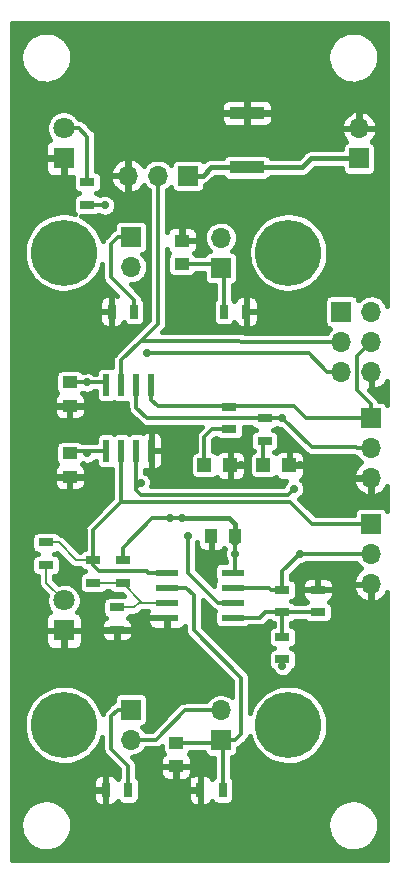
<source format=gtl>
G04 #@! TF.GenerationSoftware,KiCad,Pcbnew,(5.99.0-492-g30da2b31e)*
G04 #@! TF.CreationDate,2019-12-10T20:32:49+01:00*
G04 #@! TF.ProjectId,gabel,67616265-6c2e-46b6-9963-61645f706362,rev?*
G04 #@! TF.SameCoordinates,Original*
G04 #@! TF.FileFunction,Copper,L1,Top*
G04 #@! TF.FilePolarity,Positive*
%FSLAX46Y46*%
G04 Gerber Fmt 4.6, Leading zero omitted, Abs format (unit mm)*
G04 Created by KiCad (PCBNEW (5.99.0-492-g30da2b31e)) date 2019-12-10 20:32:49*
%MOMM*%
%LPD*%
G04 APERTURE LIST*
%ADD10R,1.250000X1.000000*%
%ADD11R,3.000000X1.000000*%
%ADD12R,0.610000X1.910000*%
%ADD13R,1.910000X0.610000*%
%ADD14R,1.800000X1.800000*%
%ADD15C,1.800000*%
%ADD16R,1.300000X0.700000*%
%ADD17R,0.700000X1.300000*%
%ADD18R,1.700000X1.700000*%
%ADD19O,1.700000X1.700000*%
%ADD20C,5.600000*%
%ADD21R,1.200000X1.200000*%
%ADD22R,1.000000X1.250000*%
%ADD23C,0.700000*%
%ADD24C,0.400000*%
%ADD25C,0.300000*%
%ADD26C,0.200000*%
G04 APERTURE END LIST*
D10*
X53000000Y-94000000D03*
X53000000Y-92000000D03*
X52500000Y-134500000D03*
X52500000Y-136500000D03*
D11*
X58500000Y-85800000D03*
X58500000Y-81200000D03*
D12*
X46595000Y-109780000D03*
X47865000Y-109780000D03*
X49135000Y-109780000D03*
X50405000Y-109780000D03*
X50405000Y-104220000D03*
X49135000Y-104220000D03*
X47865000Y-104220000D03*
X46595000Y-104220000D03*
D13*
X51720000Y-120095000D03*
X51720000Y-121365000D03*
X51720000Y-122635000D03*
X51720000Y-123905000D03*
X57280000Y-123905000D03*
X57280000Y-122635000D03*
X57280000Y-121365000D03*
X57280000Y-120095000D03*
D14*
X43000000Y-85000000D03*
D15*
X43000000Y-82460000D03*
D14*
X43000000Y-125000000D03*
D15*
X43000000Y-122460000D03*
D16*
X45000000Y-88950000D03*
X45000000Y-87050000D03*
X41500000Y-117550000D03*
X41500000Y-119450000D03*
X61500000Y-123450000D03*
X61500000Y-121550000D03*
X64500000Y-123450000D03*
X64500000Y-121550000D03*
X61500000Y-127450000D03*
X61500000Y-125550000D03*
X45500000Y-119050000D03*
X45500000Y-120950000D03*
X47500000Y-123050000D03*
X47500000Y-124950000D03*
X48000000Y-119050000D03*
X48000000Y-120950000D03*
X60000000Y-107050000D03*
X60000000Y-108950000D03*
X57000000Y-106050000D03*
X57000000Y-107950000D03*
D17*
X56450000Y-138500000D03*
X54550000Y-138500000D03*
X56550000Y-98000000D03*
X58450000Y-98000000D03*
X46550000Y-138500000D03*
X48450000Y-138500000D03*
X47050000Y-98000000D03*
X48950000Y-98000000D03*
D18*
X69000000Y-116000000D03*
D19*
X69000000Y-118540000D03*
X69000000Y-121080000D03*
D18*
X69000000Y-107000000D03*
D19*
X69000000Y-109540000D03*
X69000000Y-112080000D03*
D18*
X53500000Y-86500000D03*
D19*
X50960000Y-86500000D03*
X48420000Y-86500000D03*
D18*
X68000000Y-85040000D03*
D19*
X68000000Y-82500000D03*
D18*
X66500000Y-98000000D03*
D19*
X69040000Y-98000000D03*
X66500000Y-100540000D03*
X69040000Y-100540000D03*
X66500000Y-103080000D03*
X69040000Y-103080000D03*
D18*
X48700000Y-131699998D03*
D19*
X48700000Y-134239998D03*
D18*
X48700000Y-91700000D03*
D19*
X48700000Y-94240000D03*
D18*
X56300000Y-134299998D03*
D19*
X56300000Y-131759998D03*
D18*
X56300000Y-94300000D03*
D19*
X56300000Y-91760000D03*
D20*
X62000000Y-132999998D03*
X62000000Y-93000000D03*
X43000000Y-93000000D03*
X43000000Y-132999998D03*
D21*
X59900000Y-111000000D03*
X62100000Y-111000000D03*
X54900000Y-111000000D03*
X57100000Y-111000000D03*
D22*
X57500000Y-117000000D03*
X55500000Y-117000000D03*
D10*
X43500000Y-104000000D03*
X43500000Y-106000000D03*
X43500000Y-110000000D03*
X43500000Y-112000000D03*
D23*
X57500000Y-117500000D03*
X53000000Y-115500000D03*
X52000000Y-115500000D03*
X45000000Y-104000000D03*
X57500000Y-118500000D03*
X61500000Y-128000000D03*
X62500000Y-82000000D03*
X62500000Y-83000000D03*
X62500000Y-84000000D03*
X61500000Y-84000000D03*
X61500000Y-83000000D03*
X61500000Y-82000000D03*
X49500000Y-112500000D03*
X46500000Y-89000000D03*
X63000000Y-118500000D03*
X62500000Y-113000000D03*
X58000000Y-111000000D03*
X63000000Y-111000000D03*
X61500000Y-107000000D03*
X50000000Y-101500000D03*
X45000000Y-110000000D03*
X53500000Y-117000000D03*
X55500000Y-118500000D03*
X54500000Y-118500000D03*
X51500000Y-126000000D03*
X50500000Y-126000000D03*
X49500000Y-126000000D03*
X49500000Y-127000000D03*
X50500000Y-127000000D03*
X51500000Y-127000000D03*
X41000000Y-112000000D03*
X41000000Y-110500000D03*
X41000000Y-109000000D03*
X41000000Y-107500000D03*
X41000000Y-106000000D03*
X52000000Y-138500000D03*
D24*
X57500000Y-116075000D02*
X57500000Y-117500000D01*
D25*
X57500000Y-116075000D02*
X57500000Y-116000000D01*
D24*
X57000000Y-115500000D02*
X57500000Y-116000000D01*
X53000000Y-115500000D02*
X57000000Y-115500000D01*
D25*
X57500000Y-117500000D02*
X57500000Y-118500000D01*
X57500000Y-117000000D02*
X57500000Y-117500000D01*
X53000000Y-115500000D02*
X50500000Y-115500000D01*
X53000000Y-94000000D02*
X56000000Y-94000000D01*
X56000000Y-94000000D02*
X56300000Y-94300000D01*
X49500000Y-100500000D02*
X50000000Y-100000000D01*
X50960000Y-99040000D02*
X50000000Y-100000000D01*
X50960000Y-86500000D02*
X50960000Y-99040000D01*
X52500000Y-134500000D02*
X56099998Y-134500000D01*
X56099998Y-134500000D02*
X56300000Y-134299998D01*
X45000000Y-104000000D02*
X46375000Y-104000000D01*
X43500000Y-104000000D02*
X45000000Y-104000000D01*
X57500000Y-118500000D02*
X57500000Y-119875000D01*
X61500000Y-127450000D02*
X61500000Y-128000000D01*
X50500000Y-115500000D02*
X48000000Y-118000000D01*
X48000000Y-118000000D02*
X48000000Y-119050000D01*
X57500000Y-117000000D02*
X57500000Y-116075000D01*
X62500000Y-84000000D02*
X62500000Y-83000000D01*
X61500000Y-83000000D02*
X61500000Y-84000000D01*
D24*
X63700000Y-81200000D02*
X62200000Y-81200000D01*
X62200000Y-81200000D02*
X58500000Y-81200000D01*
D25*
X62200000Y-81200000D02*
X62200000Y-81300000D01*
X62200000Y-81300000D02*
X61500000Y-82000000D01*
X49500000Y-112500000D02*
X49135000Y-112865000D01*
X49135000Y-112865000D02*
X49135000Y-113135000D01*
X46450000Y-88950000D02*
X46500000Y-89000000D01*
X45000000Y-88950000D02*
X46450000Y-88950000D01*
X43000000Y-82460000D02*
X44272792Y-82460000D01*
X44272792Y-82460000D02*
X45000000Y-83187208D01*
X45000000Y-83187208D02*
X45000000Y-83500000D01*
X45000000Y-87050000D02*
X45000000Y-83500000D01*
D24*
X52000000Y-81000000D02*
X48420000Y-84580000D01*
X48420000Y-84580000D02*
X48420000Y-86500000D01*
X56400000Y-81000000D02*
X52000000Y-81000000D01*
X58500000Y-81200000D02*
X56600000Y-81200000D01*
X56600000Y-81200000D02*
X56400000Y-81000000D01*
X65000000Y-82500000D02*
X63700000Y-81200000D01*
X68000000Y-82500000D02*
X65000000Y-82500000D01*
X63200000Y-85800000D02*
X63960000Y-85040000D01*
X63960000Y-85040000D02*
X68000000Y-85040000D01*
X58500000Y-85800000D02*
X63200000Y-85800000D01*
X54750000Y-86500000D02*
X55450000Y-85800000D01*
X53500000Y-86500000D02*
X54750000Y-86500000D01*
X55450000Y-85800000D02*
X58500000Y-85800000D01*
D26*
X47500000Y-123050000D02*
X48950000Y-123050000D01*
X49365000Y-122635000D02*
X51720000Y-122635000D01*
X48950000Y-123050000D02*
X49365000Y-122635000D01*
X47800000Y-120950000D02*
X47850000Y-121000000D01*
X47500000Y-120950000D02*
X47800000Y-120950000D01*
X47850000Y-121000000D02*
X48000000Y-121000000D01*
X49635000Y-122635000D02*
X51720000Y-122635000D01*
X48000000Y-121000000D02*
X49635000Y-122635000D01*
X47700000Y-120950000D02*
X45500000Y-120950000D01*
X48000000Y-120950000D02*
X47700000Y-120950000D01*
X41500000Y-117550000D02*
X42550000Y-117550000D01*
X44050000Y-119050000D02*
X45500000Y-119050000D01*
X42550000Y-117550000D02*
X44050000Y-119050000D01*
X41500000Y-120960000D02*
X43000000Y-122460000D01*
X41500000Y-119450000D02*
X41500000Y-120960000D01*
D25*
X45500000Y-119050000D02*
X45500000Y-119500000D01*
X45500000Y-119500000D02*
X46000000Y-120000000D01*
X46000000Y-120000000D02*
X50000000Y-120000000D01*
X50095000Y-120095000D02*
X51720000Y-120095000D01*
X50000000Y-120000000D02*
X50095000Y-120095000D01*
X57280000Y-123905000D02*
X59595000Y-123905000D01*
X60050000Y-123450000D02*
X61500000Y-123450000D01*
X59595000Y-123905000D02*
X60050000Y-123450000D01*
X64500000Y-123450000D02*
X61500000Y-123450000D01*
X61500000Y-123450000D02*
X61500000Y-125550000D01*
X57280000Y-121365000D02*
X60365000Y-121365000D01*
X60550000Y-121550000D02*
X61500000Y-121550000D01*
X60365000Y-121365000D02*
X60550000Y-121550000D01*
X57500000Y-119875000D02*
X57280000Y-120095000D01*
X45500000Y-119050000D02*
X45500000Y-116500000D01*
X47865000Y-114135000D02*
X47865000Y-109780000D01*
X45500000Y-116500000D02*
X47865000Y-114135000D01*
X47865000Y-114135000D02*
X62135000Y-114135000D01*
X64000000Y-116000000D02*
X69000000Y-116000000D01*
X62135000Y-114135000D02*
X64000000Y-116000000D01*
X67797919Y-118540000D02*
X67757919Y-118500000D01*
X69000000Y-118540000D02*
X67797919Y-118540000D01*
X67757919Y-118500000D02*
X63000000Y-118500000D01*
X61500000Y-120000000D02*
X61500000Y-121550000D01*
X63000000Y-118500000D02*
X61500000Y-120000000D01*
X62500000Y-113000000D02*
X62000000Y-113500000D01*
X62000000Y-113500000D02*
X49500000Y-113500000D01*
X49135000Y-113135000D02*
X49135000Y-109780000D01*
X49500000Y-113500000D02*
X49135000Y-113135000D01*
X67797919Y-109540000D02*
X67757919Y-109500000D01*
X69000000Y-109540000D02*
X67797919Y-109540000D01*
X67757919Y-109500000D02*
X64000000Y-109500000D01*
X64000000Y-109500000D02*
X61500000Y-107000000D01*
X61500000Y-107000000D02*
X50000000Y-107000000D01*
X49135000Y-106135000D02*
X49135000Y-104220000D01*
X50000000Y-107000000D02*
X49135000Y-106135000D01*
X50405000Y-105475000D02*
X50930000Y-106000000D01*
X50405000Y-104220000D02*
X50405000Y-105475000D01*
X50930000Y-106000000D02*
X62500000Y-106000000D01*
X63500000Y-107000000D02*
X69000000Y-107000000D01*
X62500000Y-106000000D02*
X63500000Y-107000000D01*
X47550000Y-131699998D02*
X47000000Y-132249998D01*
X48700000Y-131699998D02*
X47550000Y-131699998D01*
X47000000Y-132249998D02*
X47000000Y-135000000D01*
X48450000Y-136450000D02*
X48450000Y-138500000D01*
X47000000Y-135000000D02*
X48450000Y-136450000D01*
X48700000Y-134239998D02*
X50760002Y-134239998D01*
X53240002Y-131759998D02*
X56300000Y-131759998D01*
X50760002Y-134239998D02*
X53240002Y-131759998D01*
X56450000Y-134449998D02*
X56300000Y-134299998D01*
X56450000Y-138500000D02*
X56450000Y-134449998D01*
X57450000Y-134299998D02*
X58000000Y-133749998D01*
X56300000Y-134299998D02*
X57450000Y-134299998D01*
X58000000Y-133749998D02*
X58000000Y-129000000D01*
X58000000Y-129000000D02*
X54000000Y-125000000D01*
X54000000Y-122000000D02*
X53365000Y-121365000D01*
X53365000Y-121365000D02*
X51720000Y-121365000D01*
X54000000Y-125000000D02*
X54000000Y-122000000D01*
X43720000Y-109780000D02*
X43500000Y-110000000D01*
X59900000Y-109050000D02*
X60000000Y-108950000D01*
X59900000Y-111000000D02*
X59900000Y-109050000D01*
X57000000Y-107950000D02*
X55550000Y-107950000D01*
X54900000Y-108600000D02*
X54900000Y-111000000D01*
X55550000Y-107950000D02*
X54900000Y-108600000D01*
X57100000Y-111000000D02*
X58000000Y-111000000D01*
X63000000Y-111000000D02*
X62100000Y-111000000D01*
X67839999Y-104660001D02*
X69000000Y-105820002D01*
X69040000Y-100540000D02*
X67839999Y-101740001D01*
X69000000Y-105820002D02*
X69000000Y-107000000D01*
X67839999Y-101740001D02*
X67839999Y-104660001D01*
X47865000Y-102135000D02*
X47865000Y-104220000D01*
X49460000Y-100540000D02*
X47865000Y-102135000D01*
X65297919Y-103080000D02*
X63717919Y-101500000D01*
X66500000Y-103080000D02*
X65297919Y-103080000D01*
X63717919Y-101500000D02*
X50000000Y-101500000D01*
X45220000Y-109780000D02*
X45000000Y-110000000D01*
X45220000Y-109780000D02*
X43720000Y-109780000D01*
X46595000Y-109780000D02*
X45220000Y-109780000D01*
X46375000Y-104000000D02*
X46595000Y-104220000D01*
X66500000Y-100540000D02*
X49500000Y-100500000D01*
X49500000Y-100500000D02*
X49460000Y-100540000D01*
X56550000Y-94550000D02*
X56300000Y-94300000D01*
X56550000Y-98000000D02*
X56550000Y-94550000D01*
X47550000Y-91700000D02*
X48700000Y-91700000D01*
X47000000Y-92250000D02*
X47550000Y-91700000D01*
X47000000Y-95100000D02*
X47000000Y-92250000D01*
X48950000Y-97050000D02*
X47000000Y-95100000D01*
X48950000Y-98000000D02*
X48950000Y-97050000D01*
X53500000Y-120110000D02*
X53500000Y-119000000D01*
X56025000Y-122635000D02*
X53500000Y-120110000D01*
X53500000Y-119000000D02*
X53500000Y-117000000D01*
X57280000Y-122635000D02*
X56025000Y-122635000D01*
X55500000Y-117000000D02*
X55500000Y-118500000D01*
X51720000Y-123905000D02*
X51720000Y-125780000D01*
X51720000Y-125780000D02*
X51500000Y-126000000D01*
X50500000Y-126000000D02*
X49500000Y-126000000D01*
X49500000Y-127000000D02*
X50500000Y-127000000D01*
X43500000Y-112000000D02*
X41000000Y-112000000D01*
X41000000Y-110500000D02*
X41000000Y-109000000D01*
X41000000Y-107500000D02*
X41000000Y-106000000D01*
X54550000Y-138500000D02*
X52000000Y-138500000D01*
G36*
X70401001Y-97502423D02*
G01*
X70353119Y-97373674D01*
X70221454Y-97151039D01*
X70052444Y-96955239D01*
X69851431Y-96792462D01*
X69624770Y-96667855D01*
X69379626Y-96585354D01*
X69123747Y-96547569D01*
X68865220Y-96555694D01*
X68612217Y-96609471D01*
X68372737Y-96707201D01*
X68154348Y-96845795D01*
X67963953Y-97020872D01*
X67941051Y-97051044D01*
X67914245Y-96916282D01*
X67781855Y-96718145D01*
X67583718Y-96585755D01*
X67369600Y-96543164D01*
X65630400Y-96543164D01*
X65416282Y-96585755D01*
X65218145Y-96718145D01*
X65085755Y-96916282D01*
X65043164Y-97130400D01*
X65043164Y-98869600D01*
X65085755Y-99083718D01*
X65218145Y-99281855D01*
X65416282Y-99414245D01*
X65553686Y-99441577D01*
X65423953Y-99560872D01*
X65267571Y-99766898D01*
X65256781Y-99788074D01*
X51304002Y-99755244D01*
X51433129Y-99626117D01*
X51471047Y-99601633D01*
X51521084Y-99538162D01*
X51533562Y-99525684D01*
X51559161Y-99489861D01*
X51630927Y-99398826D01*
X51634692Y-99384166D01*
X51641911Y-99374063D01*
X51713354Y-99135171D01*
X51709000Y-99024340D01*
X51709000Y-92708462D01*
X51747471Y-92852038D01*
X51913538Y-93049949D01*
X51944030Y-93067554D01*
X51943145Y-93068145D01*
X51810755Y-93266282D01*
X51768164Y-93480400D01*
X51768164Y-94519600D01*
X51810755Y-94733718D01*
X51943145Y-94931855D01*
X52141282Y-95064245D01*
X52355400Y-95106836D01*
X53644600Y-95106836D01*
X53858718Y-95064245D01*
X54056855Y-94931855D01*
X54179033Y-94749000D01*
X54843164Y-94749000D01*
X54843164Y-95169600D01*
X54885755Y-95383718D01*
X55018145Y-95581855D01*
X55216282Y-95714245D01*
X55430400Y-95756836D01*
X55801001Y-95756836D01*
X55801000Y-96896192D01*
X55768145Y-96918145D01*
X55635755Y-97116282D01*
X55593164Y-97330400D01*
X55593164Y-98669600D01*
X55635755Y-98883718D01*
X55768145Y-99081855D01*
X55966282Y-99214245D01*
X56180400Y-99256836D01*
X56919600Y-99256836D01*
X57133718Y-99214245D01*
X57331855Y-99081855D01*
X57447487Y-98908798D01*
X57472471Y-99002038D01*
X57638538Y-99199949D01*
X57854461Y-99324612D01*
X58082590Y-99364837D01*
X58395000Y-99364837D01*
X58395000Y-98055000D01*
X58505000Y-98055000D01*
X58505000Y-99364837D01*
X58826199Y-99364837D01*
X59152038Y-99277529D01*
X59349949Y-99111462D01*
X59474612Y-98895539D01*
X59514837Y-98667410D01*
X59514837Y-98055000D01*
X58505000Y-98055000D01*
X58395000Y-98055000D01*
X58395000Y-96635163D01*
X58505000Y-96635163D01*
X58505000Y-97945000D01*
X59514837Y-97945000D01*
X59514837Y-97323801D01*
X59427529Y-96997963D01*
X59261462Y-96800052D01*
X59045539Y-96675388D01*
X58817410Y-96635163D01*
X58505000Y-96635163D01*
X58395000Y-96635163D01*
X58073801Y-96635163D01*
X57747963Y-96722471D01*
X57550052Y-96888538D01*
X57439739Y-97079605D01*
X57331855Y-96918145D01*
X57299000Y-96896192D01*
X57299000Y-95731097D01*
X57383718Y-95714245D01*
X57581855Y-95581855D01*
X57714245Y-95383718D01*
X57756836Y-95169600D01*
X57756836Y-93430400D01*
X57714245Y-93216282D01*
X57664986Y-93142559D01*
X58598633Y-93142559D01*
X58635722Y-93520818D01*
X58714744Y-93892584D01*
X58834712Y-94253226D01*
X58994135Y-94598247D01*
X59191023Y-94923347D01*
X59422922Y-95224474D01*
X59686942Y-95497875D01*
X59979793Y-95740142D01*
X60297824Y-95948256D01*
X60637071Y-96119622D01*
X60993305Y-96252104D01*
X61362088Y-96344052D01*
X61738821Y-96394319D01*
X62118810Y-96402279D01*
X62497318Y-96367832D01*
X62869627Y-96291408D01*
X63231098Y-96173959D01*
X63577223Y-96016950D01*
X63903690Y-95822336D01*
X64206429Y-95592545D01*
X64481666Y-95330440D01*
X64725972Y-95039288D01*
X64936301Y-94722717D01*
X65110032Y-94384675D01*
X65244997Y-94029373D01*
X65339517Y-93661242D01*
X65392607Y-93283488D01*
X65399200Y-92811350D01*
X65356679Y-92432260D01*
X65272474Y-92061634D01*
X65147481Y-91702702D01*
X64983257Y-91359940D01*
X64781850Y-91037621D01*
X64545768Y-90739761D01*
X64277957Y-90470073D01*
X63981752Y-90231918D01*
X63660847Y-90028265D01*
X63319240Y-89861653D01*
X62961190Y-89734156D01*
X62591160Y-89647367D01*
X62213761Y-89602365D01*
X61833698Y-89599711D01*
X61455708Y-89639440D01*
X61084502Y-89721055D01*
X60724707Y-89843539D01*
X60380807Y-90005366D01*
X60057089Y-90204518D01*
X59757589Y-90438515D01*
X59486038Y-90704437D01*
X59245821Y-90998972D01*
X59039932Y-91318448D01*
X58870939Y-91658883D01*
X58740947Y-92016034D01*
X58651576Y-92385449D01*
X58603940Y-92762525D01*
X58598633Y-93142559D01*
X57664986Y-93142559D01*
X57581855Y-93018145D01*
X57383718Y-92885755D01*
X57251938Y-92859542D01*
X57256378Y-92856316D01*
X57435404Y-92669630D01*
X57578541Y-92454191D01*
X57681265Y-92216810D01*
X57740929Y-91962429D01*
X57749549Y-91633260D01*
X57703280Y-91376107D01*
X57613119Y-91133674D01*
X57481454Y-90911039D01*
X57312444Y-90715239D01*
X57111431Y-90552462D01*
X56884770Y-90427855D01*
X56639626Y-90345354D01*
X56383747Y-90307569D01*
X56125220Y-90315694D01*
X55872217Y-90369471D01*
X55632737Y-90467201D01*
X55414348Y-90605795D01*
X55223953Y-90780872D01*
X55067571Y-90986898D01*
X54950144Y-91217361D01*
X54875384Y-91464976D01*
X54845655Y-91721917D01*
X54861897Y-91980061D01*
X54923595Y-92231249D01*
X55028798Y-92467541D01*
X55174184Y-92681470D01*
X55348484Y-92859458D01*
X55216282Y-92885755D01*
X55018145Y-93018145D01*
X54885755Y-93216282D01*
X54878849Y-93251000D01*
X54179033Y-93251000D01*
X54056855Y-93068145D01*
X54051819Y-93064780D01*
X54174949Y-92961462D01*
X54299612Y-92745539D01*
X54339837Y-92517410D01*
X54339837Y-92055000D01*
X52945000Y-92055000D01*
X52945000Y-90785163D01*
X53055000Y-90785163D01*
X53055000Y-91945000D01*
X54339837Y-91945000D01*
X54339837Y-91473801D01*
X54252529Y-91147963D01*
X54086462Y-90950052D01*
X53870539Y-90825388D01*
X53642410Y-90785163D01*
X53055000Y-90785163D01*
X52945000Y-90785163D01*
X52348801Y-90785163D01*
X52022963Y-90872471D01*
X51825052Y-91038538D01*
X51709000Y-91239545D01*
X51709000Y-87746986D01*
X51916378Y-87596316D01*
X52058733Y-87447870D01*
X52085755Y-87583718D01*
X52218145Y-87781855D01*
X52416282Y-87914245D01*
X52630400Y-87956836D01*
X54369600Y-87956836D01*
X54583718Y-87914245D01*
X54781855Y-87781855D01*
X54914245Y-87583718D01*
X54956836Y-87369600D01*
X54956836Y-87276200D01*
X54999981Y-87269367D01*
X55056715Y-87240460D01*
X55117261Y-87220787D01*
X55168761Y-87183370D01*
X55225495Y-87154462D01*
X55405010Y-86974946D01*
X55405011Y-86974944D01*
X55780956Y-86599000D01*
X56479375Y-86599000D01*
X56568145Y-86731855D01*
X56766282Y-86864245D01*
X56980400Y-86906836D01*
X60019600Y-86906836D01*
X60233718Y-86864245D01*
X60431855Y-86731855D01*
X60520625Y-86599000D01*
X63263691Y-86599000D01*
X63263697Y-86598999D01*
X63326548Y-86598999D01*
X63387091Y-86579327D01*
X63449981Y-86569367D01*
X63506715Y-86540460D01*
X63567261Y-86520787D01*
X63618761Y-86483370D01*
X63675495Y-86454462D01*
X63855010Y-86274946D01*
X63855011Y-86274944D01*
X64290956Y-85839000D01*
X66543164Y-85839000D01*
X66543164Y-85909600D01*
X66585755Y-86123718D01*
X66718145Y-86321855D01*
X66916282Y-86454245D01*
X67130400Y-86496836D01*
X68869600Y-86496836D01*
X69083718Y-86454245D01*
X69281855Y-86321855D01*
X69414245Y-86123718D01*
X69456836Y-85909600D01*
X69456836Y-84170400D01*
X69414245Y-83956282D01*
X69281855Y-83758145D01*
X69083718Y-83625755D01*
X69080499Y-83625115D01*
X69108792Y-83601078D01*
X69278461Y-83398518D01*
X69411574Y-83170265D01*
X69504325Y-82922847D01*
X69574829Y-82555000D01*
X66409316Y-82555000D01*
X66520743Y-83003580D01*
X66626739Y-83245620D01*
X66772002Y-83466340D01*
X66920192Y-83624977D01*
X66916282Y-83625755D01*
X66718145Y-83758145D01*
X66585755Y-83956282D01*
X66543164Y-84170400D01*
X66543164Y-84241000D01*
X63896309Y-84241000D01*
X63896303Y-84241001D01*
X63833450Y-84241001D01*
X63772903Y-84260673D01*
X63710018Y-84270634D01*
X63653288Y-84299539D01*
X63592739Y-84319213D01*
X63541232Y-84356634D01*
X63484505Y-84385538D01*
X63428412Y-84441632D01*
X62869045Y-85001000D01*
X60520625Y-85001000D01*
X60431855Y-84868145D01*
X60233718Y-84735755D01*
X60019600Y-84693164D01*
X56980400Y-84693164D01*
X56766282Y-84735755D01*
X56568145Y-84868145D01*
X56479375Y-85001000D01*
X55386309Y-85001000D01*
X55386303Y-85001001D01*
X55323450Y-85001001D01*
X55262903Y-85020673D01*
X55200018Y-85030634D01*
X55143288Y-85059539D01*
X55082738Y-85079213D01*
X55031235Y-85116633D01*
X54974506Y-85145537D01*
X54928414Y-85191630D01*
X54928411Y-85191632D01*
X54829937Y-85290106D01*
X54781855Y-85218145D01*
X54583718Y-85085755D01*
X54369600Y-85043164D01*
X52630400Y-85043164D01*
X52416282Y-85085755D01*
X52218145Y-85218145D01*
X52085755Y-85416282D01*
X52058236Y-85554630D01*
X51972444Y-85455239D01*
X51771431Y-85292462D01*
X51544770Y-85167855D01*
X51299626Y-85085354D01*
X51043747Y-85047569D01*
X50785220Y-85055694D01*
X50532217Y-85109471D01*
X50292737Y-85207201D01*
X50074348Y-85345795D01*
X49883953Y-85520872D01*
X49753040Y-85693344D01*
X49716997Y-85628454D01*
X49551608Y-85422384D01*
X49353864Y-85247126D01*
X49129417Y-85107692D01*
X48884685Y-85008068D01*
X48475000Y-84917617D01*
X48475000Y-88076593D01*
X48853339Y-88001337D01*
X49100103Y-87906860D01*
X49327420Y-87772156D01*
X49528792Y-87601078D01*
X49698461Y-87398518D01*
X49753937Y-87303391D01*
X49834184Y-87421470D01*
X50015155Y-87606271D01*
X50211000Y-87745451D01*
X50211001Y-98729754D01*
X49048605Y-99892150D01*
X49036007Y-99898909D01*
X48959879Y-99980876D01*
X47391874Y-101548881D01*
X47353952Y-101573367D01*
X47303917Y-101636837D01*
X47291437Y-101649317D01*
X47265836Y-101685144D01*
X47194073Y-101776175D01*
X47190308Y-101790835D01*
X47183089Y-101800938D01*
X47111646Y-102039830D01*
X47116000Y-102150661D01*
X47116000Y-102697231D01*
X46919600Y-102658164D01*
X46270400Y-102658164D01*
X46056282Y-102700755D01*
X45858145Y-102833145D01*
X45725755Y-103031282D01*
X45683164Y-103245400D01*
X45683164Y-103251000D01*
X45585184Y-103251000D01*
X45522169Y-103195931D01*
X45275505Y-103081695D01*
X45006693Y-103041281D01*
X44737344Y-103077938D01*
X44603353Y-103137734D01*
X44556855Y-103068145D01*
X44358718Y-102935755D01*
X44144600Y-102893164D01*
X42855400Y-102893164D01*
X42641282Y-102935755D01*
X42443145Y-103068145D01*
X42310755Y-103266282D01*
X42268164Y-103480400D01*
X42268164Y-104519600D01*
X42310755Y-104733718D01*
X42443145Y-104931855D01*
X42448181Y-104935220D01*
X42325052Y-105038538D01*
X42200388Y-105254461D01*
X42160163Y-105482590D01*
X42160163Y-105945000D01*
X44839837Y-105945000D01*
X44839837Y-105473801D01*
X44752529Y-105147963D01*
X44586462Y-104950052D01*
X44555969Y-104932447D01*
X44556855Y-104931855D01*
X44603329Y-104862301D01*
X44713297Y-104914870D01*
X44981594Y-104958565D01*
X45251372Y-104925203D01*
X45500941Y-104817463D01*
X45583552Y-104749000D01*
X45683164Y-104749000D01*
X45683164Y-105194600D01*
X45725755Y-105408718D01*
X45858145Y-105606855D01*
X46056282Y-105739245D01*
X46270400Y-105781836D01*
X46919600Y-105781836D01*
X47133718Y-105739245D01*
X47230000Y-105674912D01*
X47326282Y-105739245D01*
X47540400Y-105781836D01*
X48189600Y-105781836D01*
X48386000Y-105742769D01*
X48386000Y-106055109D01*
X48376501Y-106099231D01*
X48386000Y-106179490D01*
X48386000Y-106197137D01*
X48393229Y-106240572D01*
X48406855Y-106355692D01*
X48414560Y-106368720D01*
X48416598Y-106380965D01*
X48535002Y-106600406D01*
X48616474Y-106675718D01*
X49413883Y-107473129D01*
X49438367Y-107511047D01*
X49501838Y-107561084D01*
X49514316Y-107573562D01*
X49550139Y-107599161D01*
X49641174Y-107670927D01*
X49655835Y-107674692D01*
X49665936Y-107681910D01*
X49904829Y-107753355D01*
X50015676Y-107749000D01*
X54691755Y-107749000D01*
X54426874Y-108013881D01*
X54388952Y-108038367D01*
X54338917Y-108101837D01*
X54326437Y-108114317D01*
X54300836Y-108150144D01*
X54229073Y-108241175D01*
X54225308Y-108255835D01*
X54218089Y-108265938D01*
X54146646Y-108504830D01*
X54151000Y-108615661D01*
X54151001Y-109818903D01*
X54066282Y-109835755D01*
X53868145Y-109968145D01*
X53735755Y-110166282D01*
X53693164Y-110380400D01*
X53693164Y-111619600D01*
X53735755Y-111833718D01*
X53868145Y-112031855D01*
X54066282Y-112164245D01*
X54280400Y-112206836D01*
X55519600Y-112206836D01*
X55733718Y-112164245D01*
X55931855Y-112031855D01*
X55935220Y-112026819D01*
X56038538Y-112149949D01*
X56254461Y-112274612D01*
X56482590Y-112314837D01*
X57045000Y-112314837D01*
X57045000Y-111055000D01*
X57155000Y-111055000D01*
X57155000Y-112314837D01*
X57726199Y-112314837D01*
X58052038Y-112227529D01*
X58249949Y-112061462D01*
X58374612Y-111845539D01*
X58414837Y-111617410D01*
X58414837Y-111055000D01*
X57155000Y-111055000D01*
X57045000Y-111055000D01*
X57045000Y-109685163D01*
X57155000Y-109685163D01*
X57155000Y-110945000D01*
X58414837Y-110945000D01*
X58414837Y-110373801D01*
X58327529Y-110047963D01*
X58161462Y-109850052D01*
X57945539Y-109725388D01*
X57717410Y-109685163D01*
X57155000Y-109685163D01*
X57045000Y-109685163D01*
X56473801Y-109685163D01*
X56147963Y-109772471D01*
X55950052Y-109938538D01*
X55932447Y-109969031D01*
X55931855Y-109968145D01*
X55733718Y-109835755D01*
X55649000Y-109818903D01*
X55649000Y-108910245D01*
X55860245Y-108699000D01*
X55896192Y-108699000D01*
X55918145Y-108731855D01*
X56116282Y-108864245D01*
X56330400Y-108906836D01*
X57669600Y-108906836D01*
X57883718Y-108864245D01*
X58081855Y-108731855D01*
X58214245Y-108533718D01*
X58256836Y-108319600D01*
X58256836Y-107749000D01*
X58862784Y-107749000D01*
X58918145Y-107831855D01*
X59116282Y-107964245D01*
X59296033Y-108000000D01*
X59116282Y-108035755D01*
X58918145Y-108168145D01*
X58785755Y-108366282D01*
X58743164Y-108580400D01*
X58743164Y-109319600D01*
X58785755Y-109533718D01*
X58918145Y-109731855D01*
X59071955Y-109834627D01*
X59066282Y-109835755D01*
X58868145Y-109968145D01*
X58735755Y-110166282D01*
X58693164Y-110380400D01*
X58693164Y-111619600D01*
X58735755Y-111833718D01*
X58868145Y-112031855D01*
X59066282Y-112164245D01*
X59280400Y-112206836D01*
X60519600Y-112206836D01*
X60733718Y-112164245D01*
X60931855Y-112031855D01*
X60935220Y-112026819D01*
X61038538Y-112149949D01*
X61254461Y-112274612D01*
X61482590Y-112314837D01*
X61840658Y-112314837D01*
X61781944Y-112364719D01*
X61632504Y-112591788D01*
X61583676Y-112751000D01*
X50416151Y-112751000D01*
X50445695Y-112658706D01*
X50449525Y-112366104D01*
X50373111Y-112103939D01*
X50226855Y-111874806D01*
X50022169Y-111695931D01*
X49884000Y-111631941D01*
X49884000Y-111414820D01*
X50082590Y-111449837D01*
X50350000Y-111449837D01*
X50350000Y-109835000D01*
X50460000Y-109835000D01*
X50460000Y-111449837D01*
X50736199Y-111449837D01*
X51062038Y-111362529D01*
X51259949Y-111196462D01*
X51384612Y-110980539D01*
X51424837Y-110752410D01*
X51424837Y-109835000D01*
X50460000Y-109835000D01*
X50350000Y-109835000D01*
X50350000Y-108110163D01*
X50460000Y-108110163D01*
X50460000Y-109725000D01*
X51424837Y-109725000D01*
X51424837Y-108798801D01*
X51337529Y-108472963D01*
X51171462Y-108275052D01*
X50955539Y-108150388D01*
X50727410Y-108110163D01*
X50460000Y-108110163D01*
X50350000Y-108110163D01*
X50073801Y-108110163D01*
X49747963Y-108197471D01*
X49672769Y-108260566D01*
X49459600Y-108218164D01*
X48810400Y-108218164D01*
X48596282Y-108260755D01*
X48500000Y-108325088D01*
X48403718Y-108260755D01*
X48189600Y-108218164D01*
X47540400Y-108218164D01*
X47326282Y-108260755D01*
X47230000Y-108325088D01*
X47133718Y-108260755D01*
X46919600Y-108218164D01*
X46270400Y-108218164D01*
X46056282Y-108260755D01*
X45858145Y-108393145D01*
X45725755Y-108591282D01*
X45683164Y-108805400D01*
X45683164Y-109031000D01*
X45299891Y-109031000D01*
X45255769Y-109021501D01*
X45175510Y-109031000D01*
X44501264Y-109031000D01*
X44358718Y-108935755D01*
X44144600Y-108893164D01*
X42855400Y-108893164D01*
X42641282Y-108935755D01*
X42443145Y-109068145D01*
X42310755Y-109266282D01*
X42268164Y-109480400D01*
X42268164Y-110519600D01*
X42310755Y-110733718D01*
X42443145Y-110931855D01*
X42448181Y-110935220D01*
X42325052Y-111038538D01*
X42200388Y-111254461D01*
X42160163Y-111482590D01*
X42160163Y-111945000D01*
X44839837Y-111945000D01*
X44839837Y-111473801D01*
X44752529Y-111147963D01*
X44586462Y-110950052D01*
X44555969Y-110932447D01*
X44556855Y-110931855D01*
X44603329Y-110862301D01*
X44713297Y-110914870D01*
X44981594Y-110958565D01*
X45251372Y-110925203D01*
X45500941Y-110817463D01*
X45683164Y-110666447D01*
X45683164Y-110754600D01*
X45725755Y-110968718D01*
X45858145Y-111166855D01*
X46056282Y-111299245D01*
X46270400Y-111341836D01*
X46919600Y-111341836D01*
X47116001Y-111302769D01*
X47116000Y-113824755D01*
X45026872Y-115913883D01*
X44988954Y-115938367D01*
X44938917Y-116001838D01*
X44926438Y-116014317D01*
X44900834Y-116050146D01*
X44829069Y-116141179D01*
X44825306Y-116155837D01*
X44818090Y-116165935D01*
X44746646Y-116404830D01*
X44751001Y-116515686D01*
X44751000Y-118108958D01*
X44616282Y-118135755D01*
X44418145Y-118268145D01*
X44362784Y-118351000D01*
X44339535Y-118351000D01*
X43065856Y-117077322D01*
X43006240Y-117006274D01*
X42925923Y-116959904D01*
X42849968Y-116906719D01*
X42819805Y-116898636D01*
X42792759Y-116883022D01*
X42701428Y-116866917D01*
X42636168Y-116849431D01*
X42581855Y-116768145D01*
X42383718Y-116635755D01*
X42169600Y-116593164D01*
X40830400Y-116593164D01*
X40616282Y-116635755D01*
X40418145Y-116768145D01*
X40285755Y-116966282D01*
X40243164Y-117180400D01*
X40243164Y-117919600D01*
X40285755Y-118133718D01*
X40418145Y-118331855D01*
X40616282Y-118464245D01*
X40796033Y-118500000D01*
X40616282Y-118535755D01*
X40418145Y-118668145D01*
X40285755Y-118866282D01*
X40243164Y-119080400D01*
X40243164Y-119819600D01*
X40285755Y-120033718D01*
X40418145Y-120231855D01*
X40616282Y-120364245D01*
X40801001Y-120400988D01*
X40801001Y-120929474D01*
X40792918Y-121021861D01*
X40816920Y-121111439D01*
X40833023Y-121202760D01*
X40848636Y-121229801D01*
X40856719Y-121259967D01*
X40909910Y-121335932D01*
X40956276Y-121416240D01*
X41027313Y-121475847D01*
X41566685Y-122015220D01*
X41546547Y-122070548D01*
X41501001Y-122328855D01*
X41501001Y-122591145D01*
X41546548Y-122849452D01*
X41636256Y-123095924D01*
X41767401Y-123323074D01*
X41866180Y-123440795D01*
X41747963Y-123472471D01*
X41550052Y-123638538D01*
X41425388Y-123854461D01*
X41385163Y-124082590D01*
X41385163Y-124945000D01*
X44614837Y-124945000D01*
X44614837Y-124073801D01*
X44527529Y-123747963D01*
X44361462Y-123550052D01*
X44146354Y-123425858D01*
X44232599Y-123323074D01*
X44363744Y-123095924D01*
X44453452Y-122849452D01*
X44498999Y-122591145D01*
X44498999Y-122328855D01*
X44453452Y-122070548D01*
X44363744Y-121824076D01*
X44232599Y-121596926D01*
X44064002Y-121395998D01*
X43863074Y-121227401D01*
X43635924Y-121096256D01*
X43389452Y-121006548D01*
X43131145Y-120961001D01*
X42868855Y-120961001D01*
X42610548Y-121006547D01*
X42555220Y-121026685D01*
X42199000Y-120670466D01*
X42199000Y-120400988D01*
X42383718Y-120364245D01*
X42581855Y-120231855D01*
X42714245Y-120033718D01*
X42756836Y-119819600D01*
X42756836Y-119080400D01*
X42714245Y-118866282D01*
X42581855Y-118668145D01*
X42383718Y-118535755D01*
X42203967Y-118500000D01*
X42383718Y-118464245D01*
X42438864Y-118427398D01*
X43534149Y-119522684D01*
X43593760Y-119593726D01*
X43674079Y-119640097D01*
X43750031Y-119693279D01*
X43780193Y-119701362D01*
X43807242Y-119716978D01*
X43898568Y-119733082D01*
X43988137Y-119757082D01*
X44080514Y-119749000D01*
X44362784Y-119749000D01*
X44418145Y-119831855D01*
X44616282Y-119964245D01*
X44796033Y-120000000D01*
X44616282Y-120035755D01*
X44418145Y-120168145D01*
X44285755Y-120366282D01*
X44243164Y-120580400D01*
X44243164Y-121319600D01*
X44285755Y-121533718D01*
X44418145Y-121731855D01*
X44616282Y-121864245D01*
X44830400Y-121906836D01*
X46169600Y-121906836D01*
X46383718Y-121864245D01*
X46581855Y-121731855D01*
X46637216Y-121649000D01*
X46862784Y-121649000D01*
X46918145Y-121731855D01*
X47116282Y-121864245D01*
X47330400Y-121906836D01*
X47918302Y-121906836D01*
X48104630Y-122093164D01*
X46830400Y-122093164D01*
X46616282Y-122135755D01*
X46418145Y-122268145D01*
X46285755Y-122466282D01*
X46243164Y-122680400D01*
X46243164Y-123419600D01*
X46285755Y-123633718D01*
X46418145Y-123831855D01*
X46591203Y-123947488D01*
X46497963Y-123972471D01*
X46300052Y-124138538D01*
X46175388Y-124354461D01*
X46135163Y-124582590D01*
X46135163Y-124895000D01*
X48864837Y-124895000D01*
X48864837Y-124573801D01*
X48777529Y-124247963D01*
X48611462Y-124050052D01*
X48455488Y-123960000D01*
X50050163Y-123960000D01*
X50050163Y-124236199D01*
X50137471Y-124562038D01*
X50303538Y-124759949D01*
X50519461Y-124884612D01*
X50747590Y-124924837D01*
X51665000Y-124924837D01*
X51665000Y-123960000D01*
X50050163Y-123960000D01*
X48455488Y-123960000D01*
X48420395Y-123939739D01*
X48581855Y-123831855D01*
X48637216Y-123749000D01*
X48919485Y-123749000D01*
X49011861Y-123757082D01*
X49101428Y-123733083D01*
X49192759Y-123716978D01*
X49219805Y-123701364D01*
X49249968Y-123693281D01*
X49325923Y-123640096D01*
X49406240Y-123593726D01*
X49465852Y-123522682D01*
X49653481Y-123335053D01*
X49665517Y-123334000D01*
X50102201Y-123334000D01*
X50090388Y-123354461D01*
X50050163Y-123582590D01*
X50050163Y-123850000D01*
X51775000Y-123850000D01*
X51775000Y-124924837D01*
X52701199Y-124924837D01*
X53027038Y-124837529D01*
X53224949Y-124671462D01*
X53251000Y-124626340D01*
X53251000Y-124920109D01*
X53241501Y-124964231D01*
X53251000Y-125044490D01*
X53251000Y-125062137D01*
X53258229Y-125105572D01*
X53271855Y-125220692D01*
X53279560Y-125233720D01*
X53281598Y-125245965D01*
X53400002Y-125465406D01*
X53481475Y-125540719D01*
X57251001Y-129310246D01*
X57251001Y-130665481D01*
X57111431Y-130552460D01*
X56884770Y-130427853D01*
X56639626Y-130345352D01*
X56383747Y-130307567D01*
X56125220Y-130315692D01*
X55872217Y-130369469D01*
X55632737Y-130467199D01*
X55414348Y-130605793D01*
X55223953Y-130780870D01*
X55067571Y-130986896D01*
X55055290Y-131010998D01*
X53319895Y-131010998D01*
X53275772Y-131001498D01*
X53195507Y-131010998D01*
X53177862Y-131010998D01*
X53134433Y-131018227D01*
X53019310Y-131031853D01*
X53006284Y-131039557D01*
X52994037Y-131041595D01*
X52774595Y-131160000D01*
X52699295Y-131241460D01*
X50449757Y-133490998D01*
X49940571Y-133490998D01*
X49881454Y-133391037D01*
X49712444Y-133195237D01*
X49646203Y-133141597D01*
X49783718Y-133114243D01*
X49981855Y-132981853D01*
X50114245Y-132783716D01*
X50156836Y-132569598D01*
X50156836Y-130830398D01*
X50114245Y-130616280D01*
X49981855Y-130418143D01*
X49783718Y-130285753D01*
X49569600Y-130243162D01*
X47830400Y-130243162D01*
X47616282Y-130285753D01*
X47418145Y-130418143D01*
X47285755Y-130616280D01*
X47243164Y-130830398D01*
X47243164Y-131014440D01*
X47084593Y-131100000D01*
X47009293Y-131181459D01*
X46526873Y-131663880D01*
X46488954Y-131688364D01*
X46438914Y-131751838D01*
X46426434Y-131764320D01*
X46400836Y-131800141D01*
X46329073Y-131891173D01*
X46325308Y-131905833D01*
X46318089Y-131915936D01*
X46273356Y-132065514D01*
X46272474Y-132061632D01*
X46147481Y-131702700D01*
X45983257Y-131359938D01*
X45781850Y-131037619D01*
X45545768Y-130739759D01*
X45277957Y-130470071D01*
X44981752Y-130231916D01*
X44660847Y-130028263D01*
X44319240Y-129861651D01*
X43961190Y-129734154D01*
X43591160Y-129647365D01*
X43213761Y-129602363D01*
X42833698Y-129599709D01*
X42455708Y-129639438D01*
X42084502Y-129721053D01*
X41724707Y-129843537D01*
X41380807Y-130005364D01*
X41057089Y-130204516D01*
X40757589Y-130438513D01*
X40486038Y-130704435D01*
X40245821Y-130998970D01*
X40039932Y-131318446D01*
X39870939Y-131658881D01*
X39740947Y-132016032D01*
X39651576Y-132385447D01*
X39603940Y-132762523D01*
X39598633Y-133142557D01*
X39635722Y-133520816D01*
X39714744Y-133892582D01*
X39834712Y-134253224D01*
X39994135Y-134598245D01*
X40191023Y-134923345D01*
X40422922Y-135224472D01*
X40686942Y-135497873D01*
X40979793Y-135740140D01*
X41297824Y-135948254D01*
X41637071Y-136119620D01*
X41993305Y-136252102D01*
X42362088Y-136344050D01*
X42738821Y-136394317D01*
X43118810Y-136402277D01*
X43497318Y-136367830D01*
X43869627Y-136291406D01*
X44231098Y-136173957D01*
X44577223Y-136016948D01*
X44903690Y-135822334D01*
X45206429Y-135592543D01*
X45481666Y-135330438D01*
X45725972Y-135039286D01*
X45936301Y-134722715D01*
X46110032Y-134384673D01*
X46244997Y-134029371D01*
X46251001Y-134005988D01*
X46251001Y-134920108D01*
X46241501Y-134964231D01*
X46251001Y-135044498D01*
X46251001Y-135062138D01*
X46258227Y-135105555D01*
X46271855Y-135220691D01*
X46279560Y-135233721D01*
X46281599Y-135245967D01*
X46400003Y-135465407D01*
X46481462Y-135540706D01*
X47701000Y-136760246D01*
X47701001Y-137396192D01*
X47668145Y-137418145D01*
X47552512Y-137591203D01*
X47527529Y-137497963D01*
X47361462Y-137300052D01*
X47145539Y-137175388D01*
X46917410Y-137135163D01*
X46605000Y-137135163D01*
X46605000Y-139864837D01*
X46926199Y-139864837D01*
X47252038Y-139777529D01*
X47449949Y-139611462D01*
X47560262Y-139420395D01*
X47668145Y-139581855D01*
X47866282Y-139714245D01*
X48080400Y-139756836D01*
X48819600Y-139756836D01*
X49033718Y-139714245D01*
X49231855Y-139581855D01*
X49364245Y-139383718D01*
X49406836Y-139169600D01*
X49406836Y-138555000D01*
X53485163Y-138555000D01*
X53485163Y-139176199D01*
X53572471Y-139502038D01*
X53738538Y-139699949D01*
X53954461Y-139824612D01*
X54182590Y-139864837D01*
X54495000Y-139864837D01*
X54495000Y-138555000D01*
X53485163Y-138555000D01*
X49406836Y-138555000D01*
X49406836Y-137830400D01*
X49364245Y-137616282D01*
X49231855Y-137418145D01*
X49199000Y-137396192D01*
X49199000Y-136555000D01*
X51160163Y-136555000D01*
X51160163Y-137026199D01*
X51247471Y-137352038D01*
X51413538Y-137549949D01*
X51629461Y-137674612D01*
X51857590Y-137714837D01*
X52445000Y-137714837D01*
X52445000Y-136555000D01*
X52555000Y-136555000D01*
X52555000Y-137714837D01*
X53151199Y-137714837D01*
X53477038Y-137627529D01*
X53544989Y-137570511D01*
X53525388Y-137604461D01*
X53485163Y-137832590D01*
X53485163Y-138445000D01*
X54495000Y-138445000D01*
X54495000Y-137135163D01*
X54173801Y-137135163D01*
X53847963Y-137222471D01*
X53780010Y-137279490D01*
X53799612Y-137245539D01*
X53839837Y-137017410D01*
X53839837Y-136555000D01*
X52555000Y-136555000D01*
X52445000Y-136555000D01*
X51160163Y-136555000D01*
X49199000Y-136555000D01*
X49199000Y-136529893D01*
X49208500Y-136485770D01*
X49199000Y-136405505D01*
X49199000Y-136387860D01*
X49191771Y-136344431D01*
X49178145Y-136229308D01*
X49170441Y-136216282D01*
X49168403Y-136204035D01*
X49049998Y-135984593D01*
X48968538Y-135909293D01*
X48750054Y-135690809D01*
X48965124Y-135670479D01*
X49214250Y-135600922D01*
X49447122Y-135488348D01*
X49656378Y-135336314D01*
X49835404Y-135149628D01*
X49942126Y-134988998D01*
X50680111Y-134988998D01*
X50724233Y-134998497D01*
X50804492Y-134988998D01*
X50822142Y-134988998D01*
X50865577Y-134981768D01*
X50980693Y-134968143D01*
X50993719Y-134960440D01*
X51005967Y-134958401D01*
X51225408Y-134839996D01*
X51268164Y-134793744D01*
X51268164Y-135019600D01*
X51310755Y-135233718D01*
X51443145Y-135431855D01*
X51448181Y-135435220D01*
X51325052Y-135538538D01*
X51200388Y-135754461D01*
X51160163Y-135982590D01*
X51160163Y-136445000D01*
X53839837Y-136445000D01*
X53839837Y-135973801D01*
X53752529Y-135647963D01*
X53586462Y-135450052D01*
X53555969Y-135432447D01*
X53556855Y-135431855D01*
X53679033Y-135249000D01*
X54858958Y-135249000D01*
X54885755Y-135383716D01*
X55018145Y-135581853D01*
X55216282Y-135714243D01*
X55430400Y-135756834D01*
X55701001Y-135756834D01*
X55701000Y-137396192D01*
X55668145Y-137418145D01*
X55552512Y-137591203D01*
X55527529Y-137497963D01*
X55361462Y-137300052D01*
X55145539Y-137175388D01*
X54917410Y-137135163D01*
X54605000Y-137135163D01*
X54605000Y-139864837D01*
X54926199Y-139864837D01*
X55252038Y-139777529D01*
X55449949Y-139611462D01*
X55560262Y-139420395D01*
X55668145Y-139581855D01*
X55866282Y-139714245D01*
X56080400Y-139756836D01*
X56819600Y-139756836D01*
X57033718Y-139714245D01*
X57231855Y-139581855D01*
X57364245Y-139383718D01*
X57406836Y-139169600D01*
X57406836Y-137830400D01*
X57364245Y-137616282D01*
X57231855Y-137418145D01*
X57199000Y-137396192D01*
X57199000Y-135750986D01*
X57383718Y-135714243D01*
X57581855Y-135581853D01*
X57714245Y-135383716D01*
X57756836Y-135169598D01*
X57756836Y-134985557D01*
X57915407Y-134899996D01*
X57990718Y-134818524D01*
X58473126Y-134336117D01*
X58511047Y-134311631D01*
X58561086Y-134248157D01*
X58573560Y-134235684D01*
X58599153Y-134199871D01*
X58670927Y-134108824D01*
X58674692Y-134094164D01*
X58681911Y-134084061D01*
X58727609Y-133931256D01*
X58834712Y-134253224D01*
X58994135Y-134598245D01*
X59191023Y-134923345D01*
X59422922Y-135224472D01*
X59686942Y-135497873D01*
X59979793Y-135740140D01*
X60297824Y-135948254D01*
X60637071Y-136119620D01*
X60993305Y-136252102D01*
X61362088Y-136344050D01*
X61738821Y-136394317D01*
X62118810Y-136402277D01*
X62497318Y-136367830D01*
X62869627Y-136291406D01*
X63231098Y-136173957D01*
X63577223Y-136016948D01*
X63903690Y-135822334D01*
X64206429Y-135592543D01*
X64481666Y-135330438D01*
X64725972Y-135039286D01*
X64936301Y-134722715D01*
X65110032Y-134384673D01*
X65244997Y-134029371D01*
X65339517Y-133661240D01*
X65392607Y-133283486D01*
X65399200Y-132811348D01*
X65356679Y-132432258D01*
X65272474Y-132061632D01*
X65147481Y-131702700D01*
X64983257Y-131359938D01*
X64781850Y-131037619D01*
X64545768Y-130739759D01*
X64277957Y-130470071D01*
X63981752Y-130231916D01*
X63660847Y-130028263D01*
X63319240Y-129861651D01*
X62961190Y-129734154D01*
X62591160Y-129647365D01*
X62213761Y-129602363D01*
X61833698Y-129599709D01*
X61455708Y-129639438D01*
X61084502Y-129721053D01*
X60724707Y-129843537D01*
X60380807Y-130005364D01*
X60057089Y-130204516D01*
X59757589Y-130438513D01*
X59486038Y-130704435D01*
X59245821Y-130998970D01*
X59039932Y-131318446D01*
X58870939Y-131658881D01*
X58749000Y-131993907D01*
X58749000Y-129079891D01*
X58758499Y-129035769D01*
X58749000Y-128955510D01*
X58749000Y-128937860D01*
X58741769Y-128894420D01*
X58728145Y-128779308D01*
X58720441Y-128766280D01*
X58718402Y-128754034D01*
X58599998Y-128534593D01*
X58518552Y-128459306D01*
X54749000Y-124689755D01*
X54749000Y-122418244D01*
X55438881Y-123108126D01*
X55463367Y-123146047D01*
X55526841Y-123196086D01*
X55539314Y-123208560D01*
X55575127Y-123234153D01*
X55666174Y-123305927D01*
X55680834Y-123309692D01*
X55690937Y-123316911D01*
X55776622Y-123342536D01*
X55760755Y-123366282D01*
X55718164Y-123580400D01*
X55718164Y-124229600D01*
X55760755Y-124443718D01*
X55893145Y-124641855D01*
X56091282Y-124774245D01*
X56305400Y-124816836D01*
X58254600Y-124816836D01*
X58468718Y-124774245D01*
X58648679Y-124654000D01*
X59515109Y-124654000D01*
X59559231Y-124663499D01*
X59639490Y-124654000D01*
X59657140Y-124654000D01*
X59700575Y-124646770D01*
X59815691Y-124633145D01*
X59828717Y-124625442D01*
X59840965Y-124623403D01*
X60060407Y-124504998D01*
X60135717Y-124423527D01*
X60360245Y-124199000D01*
X60396192Y-124199000D01*
X60418145Y-124231855D01*
X60616282Y-124364245D01*
X60751000Y-124391042D01*
X60751001Y-124608958D01*
X60616282Y-124635755D01*
X60418145Y-124768145D01*
X60285755Y-124966282D01*
X60243164Y-125180400D01*
X60243164Y-125919600D01*
X60285755Y-126133718D01*
X60418145Y-126331855D01*
X60616282Y-126464245D01*
X60796033Y-126500000D01*
X60616282Y-126535755D01*
X60418145Y-126668145D01*
X60285755Y-126866282D01*
X60243164Y-127080400D01*
X60243164Y-127819600D01*
X60285755Y-128033718D01*
X60418145Y-128231855D01*
X60616228Y-128364209D01*
X60622115Y-128385365D01*
X60765561Y-128616268D01*
X60968048Y-128797630D01*
X61213297Y-128914870D01*
X61481594Y-128958565D01*
X61751372Y-128925203D01*
X62000941Y-128817463D01*
X62210241Y-128644007D01*
X62362445Y-128418780D01*
X62379642Y-128365056D01*
X62383717Y-128364245D01*
X62581855Y-128231855D01*
X62714245Y-128033718D01*
X62756836Y-127819600D01*
X62756836Y-127080400D01*
X62714245Y-126866282D01*
X62581855Y-126668145D01*
X62383718Y-126535755D01*
X62203967Y-126500000D01*
X62383718Y-126464245D01*
X62581855Y-126331855D01*
X62714245Y-126133718D01*
X62756836Y-125919600D01*
X62756836Y-125180400D01*
X62714245Y-124966282D01*
X62581855Y-124768145D01*
X62383718Y-124635755D01*
X62249000Y-124608958D01*
X62249000Y-124391042D01*
X62383718Y-124364245D01*
X62581855Y-124231855D01*
X62603808Y-124199000D01*
X63396192Y-124199000D01*
X63418145Y-124231855D01*
X63616282Y-124364245D01*
X63830400Y-124406836D01*
X65169600Y-124406836D01*
X65383718Y-124364245D01*
X65581855Y-124231855D01*
X65714245Y-124033718D01*
X65756836Y-123819600D01*
X65756836Y-123080400D01*
X65714245Y-122866282D01*
X65581855Y-122668145D01*
X65408798Y-122552513D01*
X65502038Y-122527529D01*
X65699949Y-122361462D01*
X65824612Y-122145539D01*
X65864837Y-121917410D01*
X65864837Y-121605000D01*
X63135163Y-121605000D01*
X63135163Y-121926199D01*
X63222471Y-122252038D01*
X63388538Y-122449949D01*
X63579605Y-122560262D01*
X63418145Y-122668145D01*
X63396192Y-122701000D01*
X62603808Y-122701000D01*
X62581855Y-122668145D01*
X62383718Y-122535755D01*
X62203967Y-122500000D01*
X62383718Y-122464245D01*
X62581855Y-122331855D01*
X62714245Y-122133718D01*
X62756836Y-121919600D01*
X62756836Y-121182590D01*
X63135163Y-121182590D01*
X63135163Y-121495000D01*
X64445000Y-121495000D01*
X64445000Y-120485163D01*
X64555000Y-120485163D01*
X64555000Y-121495000D01*
X65864837Y-121495000D01*
X65864837Y-121173801D01*
X65854441Y-121135000D01*
X67409316Y-121135000D01*
X67520743Y-121583580D01*
X67626739Y-121825620D01*
X67772002Y-122046340D01*
X67952376Y-122239430D01*
X68162704Y-122399367D01*
X68396974Y-122521580D01*
X68648486Y-122602574D01*
X68945000Y-122645038D01*
X68945000Y-121135000D01*
X67409316Y-121135000D01*
X65854441Y-121135000D01*
X65777529Y-120847963D01*
X65611462Y-120650052D01*
X65395539Y-120525388D01*
X65167410Y-120485163D01*
X64555000Y-120485163D01*
X64445000Y-120485163D01*
X63823801Y-120485163D01*
X63497963Y-120572471D01*
X63300052Y-120738538D01*
X63175388Y-120954461D01*
X63135163Y-121182590D01*
X62756836Y-121182590D01*
X62756836Y-121180400D01*
X62714245Y-120966282D01*
X62581855Y-120768145D01*
X62383718Y-120635755D01*
X62249000Y-120608958D01*
X62249000Y-120310244D01*
X63117484Y-119441760D01*
X63251372Y-119425203D01*
X63500941Y-119317463D01*
X63583552Y-119249000D01*
X67554435Y-119249000D01*
X67702750Y-119293355D01*
X67758446Y-119291167D01*
X67874184Y-119461470D01*
X68055155Y-119646271D01*
X68191280Y-119743010D01*
X68190518Y-119743387D01*
X67976886Y-119898886D01*
X67792508Y-120088155D01*
X67642655Y-120305784D01*
X67531613Y-120545551D01*
X67401799Y-121025000D01*
X69055000Y-121025000D01*
X69055000Y-122656593D01*
X69433339Y-122581337D01*
X69680103Y-122486860D01*
X69907420Y-122352156D01*
X70108792Y-122181078D01*
X70278461Y-121978518D01*
X70401000Y-121768396D01*
X70401000Y-144401000D01*
X38599000Y-144401000D01*
X38599000Y-141584630D01*
X39297019Y-141584630D01*
X39330921Y-141894189D01*
X39408102Y-142195881D01*
X39527022Y-142483691D01*
X39685309Y-142751872D01*
X39879803Y-142995075D01*
X40106624Y-143208447D01*
X40361247Y-143387732D01*
X40638592Y-143529351D01*
X40933124Y-143630478D01*
X41238965Y-143689098D01*
X41550017Y-143704039D01*
X41860069Y-143675003D01*
X42162938Y-143602570D01*
X42452579Y-143488186D01*
X42723214Y-143334131D01*
X42969442Y-143143481D01*
X43186351Y-142920038D01*
X43369612Y-142668263D01*
X43515570Y-142393178D01*
X43621312Y-142100270D01*
X43685368Y-141792308D01*
X43692076Y-141584630D01*
X65297019Y-141584630D01*
X65330921Y-141894189D01*
X65408102Y-142195881D01*
X65527022Y-142483691D01*
X65685309Y-142751872D01*
X65879803Y-142995075D01*
X66106624Y-143208447D01*
X66361247Y-143387732D01*
X66638592Y-143529351D01*
X66933124Y-143630478D01*
X67238965Y-143689098D01*
X67550017Y-143704039D01*
X67860069Y-143675003D01*
X68162938Y-143602570D01*
X68452579Y-143488186D01*
X68723214Y-143334131D01*
X68969442Y-143143481D01*
X69186351Y-142920038D01*
X69369612Y-142668263D01*
X69515570Y-142393178D01*
X69621312Y-142100270D01*
X69685368Y-141792308D01*
X69699677Y-141349329D01*
X69655627Y-141037873D01*
X69569008Y-140738754D01*
X69441106Y-140454822D01*
X69274474Y-140191745D01*
X69072436Y-139954771D01*
X68839024Y-139748629D01*
X68578896Y-139577431D01*
X68297239Y-139444593D01*
X67999677Y-139352767D01*
X67692144Y-139303783D01*
X67380777Y-139298620D01*
X67071790Y-139337380D01*
X66771346Y-139419290D01*
X66485441Y-139542716D01*
X66219779Y-139705195D01*
X65979660Y-139903486D01*
X65769877Y-140133631D01*
X65594615Y-140391039D01*
X65457369Y-140670574D01*
X65360880Y-140966657D01*
X65307072Y-141273383D01*
X65297019Y-141584630D01*
X43692076Y-141584630D01*
X43699677Y-141349329D01*
X43655627Y-141037873D01*
X43569008Y-140738754D01*
X43441106Y-140454822D01*
X43274474Y-140191745D01*
X43072436Y-139954771D01*
X42839024Y-139748629D01*
X42578896Y-139577431D01*
X42297239Y-139444593D01*
X41999677Y-139352767D01*
X41692144Y-139303783D01*
X41380777Y-139298620D01*
X41071790Y-139337380D01*
X40771346Y-139419290D01*
X40485441Y-139542716D01*
X40219779Y-139705195D01*
X39979660Y-139903486D01*
X39769877Y-140133631D01*
X39594615Y-140391039D01*
X39457369Y-140670574D01*
X39360880Y-140966657D01*
X39307072Y-141273383D01*
X39297019Y-141584630D01*
X38599000Y-141584630D01*
X38599000Y-138555000D01*
X45485163Y-138555000D01*
X45485163Y-139176199D01*
X45572471Y-139502038D01*
X45738538Y-139699949D01*
X45954461Y-139824612D01*
X46182590Y-139864837D01*
X46495000Y-139864837D01*
X46495000Y-138555000D01*
X45485163Y-138555000D01*
X38599000Y-138555000D01*
X38599000Y-137832590D01*
X45485163Y-137832590D01*
X45485163Y-138445000D01*
X46495000Y-138445000D01*
X46495000Y-137135163D01*
X46173801Y-137135163D01*
X45847963Y-137222471D01*
X45650052Y-137388538D01*
X45525388Y-137604461D01*
X45485163Y-137832590D01*
X38599000Y-137832590D01*
X38599000Y-125055000D01*
X41385163Y-125055000D01*
X41385163Y-125926199D01*
X41472471Y-126252038D01*
X41638538Y-126449949D01*
X41854461Y-126574612D01*
X42082590Y-126614837D01*
X42945000Y-126614837D01*
X42945000Y-125055000D01*
X43055000Y-125055000D01*
X43055000Y-126614837D01*
X43926199Y-126614837D01*
X44252038Y-126527529D01*
X44449949Y-126361462D01*
X44574612Y-126145539D01*
X44614837Y-125917410D01*
X44614837Y-125055000D01*
X43055000Y-125055000D01*
X42945000Y-125055000D01*
X41385163Y-125055000D01*
X38599000Y-125055000D01*
X38599000Y-125005000D01*
X46135163Y-125005000D01*
X46135163Y-125326199D01*
X46222471Y-125652038D01*
X46388538Y-125849949D01*
X46604461Y-125974612D01*
X46832590Y-126014837D01*
X47445000Y-126014837D01*
X47445000Y-125005000D01*
X47555000Y-125005000D01*
X47555000Y-126014837D01*
X48176199Y-126014837D01*
X48502038Y-125927529D01*
X48699949Y-125761462D01*
X48824612Y-125545539D01*
X48864837Y-125317410D01*
X48864837Y-125005000D01*
X47555000Y-125005000D01*
X47445000Y-125005000D01*
X46135163Y-125005000D01*
X38599000Y-125005000D01*
X38599000Y-112055000D01*
X42160163Y-112055000D01*
X42160163Y-112526199D01*
X42247471Y-112852038D01*
X42413538Y-113049949D01*
X42629461Y-113174612D01*
X42857590Y-113214837D01*
X43445000Y-113214837D01*
X43445000Y-112055000D01*
X43555000Y-112055000D01*
X43555000Y-113214837D01*
X44151199Y-113214837D01*
X44477038Y-113127529D01*
X44674949Y-112961462D01*
X44799612Y-112745539D01*
X44839837Y-112517410D01*
X44839837Y-112055000D01*
X43555000Y-112055000D01*
X43445000Y-112055000D01*
X42160163Y-112055000D01*
X38599000Y-112055000D01*
X38599000Y-106055000D01*
X42160163Y-106055000D01*
X42160163Y-106526199D01*
X42247471Y-106852038D01*
X42413538Y-107049949D01*
X42629461Y-107174612D01*
X42857590Y-107214837D01*
X43445000Y-107214837D01*
X43445000Y-106055000D01*
X43555000Y-106055000D01*
X43555000Y-107214837D01*
X44151199Y-107214837D01*
X44477038Y-107127529D01*
X44674949Y-106961462D01*
X44799612Y-106745539D01*
X44839837Y-106517410D01*
X44839837Y-106055000D01*
X43555000Y-106055000D01*
X43445000Y-106055000D01*
X42160163Y-106055000D01*
X38599000Y-106055000D01*
X38599000Y-98055000D01*
X45985163Y-98055000D01*
X45985163Y-98676199D01*
X46072471Y-99002038D01*
X46238538Y-99199949D01*
X46454461Y-99324612D01*
X46682590Y-99364837D01*
X46995000Y-99364837D01*
X46995000Y-98055000D01*
X45985163Y-98055000D01*
X38599000Y-98055000D01*
X38599000Y-97332590D01*
X45985163Y-97332590D01*
X45985163Y-97945000D01*
X46995000Y-97945000D01*
X46995000Y-96635163D01*
X46673801Y-96635163D01*
X46347963Y-96722471D01*
X46150052Y-96888538D01*
X46025388Y-97104461D01*
X45985163Y-97332590D01*
X38599000Y-97332590D01*
X38599000Y-93142559D01*
X39598633Y-93142559D01*
X39635722Y-93520818D01*
X39714744Y-93892584D01*
X39834712Y-94253226D01*
X39994135Y-94598247D01*
X40191023Y-94923347D01*
X40422922Y-95224474D01*
X40686942Y-95497875D01*
X40979793Y-95740142D01*
X41297824Y-95948256D01*
X41637071Y-96119622D01*
X41993305Y-96252104D01*
X42362088Y-96344052D01*
X42738821Y-96394319D01*
X43118810Y-96402279D01*
X43497318Y-96367832D01*
X43869627Y-96291408D01*
X44231098Y-96173959D01*
X44577223Y-96016950D01*
X44903690Y-95822336D01*
X45206429Y-95592545D01*
X45481666Y-95330440D01*
X45725972Y-95039288D01*
X45936301Y-94722717D01*
X46110032Y-94384675D01*
X46244997Y-94029373D01*
X46251000Y-94005991D01*
X46251000Y-95020109D01*
X46241501Y-95064231D01*
X46251000Y-95144490D01*
X46251000Y-95162137D01*
X46258229Y-95205572D01*
X46271855Y-95320692D01*
X46279560Y-95333720D01*
X46281598Y-95345965D01*
X46400002Y-95565406D01*
X46481475Y-95640719D01*
X47488443Y-96647688D01*
X47417410Y-96635163D01*
X47105000Y-96635163D01*
X47105000Y-99364837D01*
X47426199Y-99364837D01*
X47752038Y-99277529D01*
X47949949Y-99111462D01*
X48060262Y-98920395D01*
X48168145Y-99081855D01*
X48366282Y-99214245D01*
X48580400Y-99256836D01*
X49319600Y-99256836D01*
X49533718Y-99214245D01*
X49731855Y-99081855D01*
X49864245Y-98883718D01*
X49906836Y-98669600D01*
X49906836Y-97330400D01*
X49864245Y-97116282D01*
X49731855Y-96918145D01*
X49684950Y-96886805D01*
X49678145Y-96829308D01*
X49670441Y-96816280D01*
X49668402Y-96804034D01*
X49549998Y-96584593D01*
X49468539Y-96509293D01*
X48649160Y-95689914D01*
X48707617Y-95694823D01*
X48965124Y-95670481D01*
X49214250Y-95600924D01*
X49447122Y-95488350D01*
X49656378Y-95336316D01*
X49835404Y-95149630D01*
X49978541Y-94934191D01*
X50081265Y-94696810D01*
X50140929Y-94442429D01*
X50149549Y-94113260D01*
X50103280Y-93856107D01*
X50013119Y-93613674D01*
X49881454Y-93391039D01*
X49712444Y-93195239D01*
X49646203Y-93141599D01*
X49783718Y-93114245D01*
X49981855Y-92981855D01*
X50114245Y-92783718D01*
X50156836Y-92569600D01*
X50156836Y-90830400D01*
X50114245Y-90616282D01*
X49981855Y-90418145D01*
X49783718Y-90285755D01*
X49569600Y-90243164D01*
X47830400Y-90243164D01*
X47616282Y-90285755D01*
X47418145Y-90418145D01*
X47285755Y-90616282D01*
X47243164Y-90830400D01*
X47243164Y-91014442D01*
X47084593Y-91100002D01*
X47009293Y-91181461D01*
X46526872Y-91663883D01*
X46488954Y-91688367D01*
X46438917Y-91751838D01*
X46426438Y-91764317D01*
X46400834Y-91800146D01*
X46329069Y-91891179D01*
X46325306Y-91905837D01*
X46318090Y-91915935D01*
X46273356Y-92065517D01*
X46272474Y-92061634D01*
X46147481Y-91702702D01*
X45983257Y-91359940D01*
X45781850Y-91037621D01*
X45545768Y-90739761D01*
X45277957Y-90470073D01*
X44981752Y-90231918D01*
X44660847Y-90028265D01*
X44411879Y-89906836D01*
X45669600Y-89906836D01*
X45883718Y-89864245D01*
X45977006Y-89801913D01*
X46213297Y-89914870D01*
X46481594Y-89958565D01*
X46751372Y-89925203D01*
X47000941Y-89817463D01*
X47210241Y-89644007D01*
X47362445Y-89418780D01*
X47445695Y-89158706D01*
X47449525Y-88866104D01*
X47373111Y-88603939D01*
X47226855Y-88374806D01*
X47022169Y-88195931D01*
X46775505Y-88081695D01*
X46506693Y-88041281D01*
X46237344Y-88077938D01*
X46063176Y-88155664D01*
X45883718Y-88035755D01*
X45703967Y-88000000D01*
X45883718Y-87964245D01*
X46081855Y-87831855D01*
X46214245Y-87633718D01*
X46256836Y-87419600D01*
X46256836Y-86680400D01*
X46231893Y-86555000D01*
X46829316Y-86555000D01*
X46940743Y-87003580D01*
X47046739Y-87245620D01*
X47192002Y-87466340D01*
X47372376Y-87659430D01*
X47582704Y-87819367D01*
X47816974Y-87941580D01*
X48068486Y-88022574D01*
X48365000Y-88065038D01*
X48365000Y-86555000D01*
X46829316Y-86555000D01*
X46231893Y-86555000D01*
X46214245Y-86466282D01*
X46200025Y-86445000D01*
X46821799Y-86445000D01*
X48365000Y-86445000D01*
X48365000Y-84938151D01*
X48100449Y-84970398D01*
X47847296Y-85046108D01*
X47610518Y-85163387D01*
X47396886Y-85318886D01*
X47212508Y-85508155D01*
X47062655Y-85725784D01*
X46951613Y-85965551D01*
X46821799Y-86445000D01*
X46200025Y-86445000D01*
X46081855Y-86268145D01*
X45883718Y-86135755D01*
X45749000Y-86108958D01*
X45749000Y-83267099D01*
X45758499Y-83222977D01*
X45749000Y-83142718D01*
X45749000Y-83125068D01*
X45741769Y-83081628D01*
X45728145Y-82966516D01*
X45720441Y-82953488D01*
X45718402Y-82941242D01*
X45599998Y-82721801D01*
X45518539Y-82646501D01*
X45317038Y-82445000D01*
X66401799Y-82445000D01*
X67945000Y-82445000D01*
X68055000Y-82445000D01*
X69570026Y-82445000D01*
X69512851Y-82108750D01*
X69425301Y-81859444D01*
X69296997Y-81628454D01*
X69131608Y-81422384D01*
X68933864Y-81247126D01*
X68709417Y-81107692D01*
X68464685Y-81008068D01*
X68055000Y-80917617D01*
X68055000Y-82445000D01*
X67945000Y-82445000D01*
X67945000Y-80938151D01*
X67680449Y-80970398D01*
X67427296Y-81046108D01*
X67190518Y-81163387D01*
X66976886Y-81318886D01*
X66792508Y-81508155D01*
X66642655Y-81725784D01*
X66531613Y-81965551D01*
X66401799Y-82445000D01*
X45317038Y-82445000D01*
X44858910Y-81986872D01*
X44834424Y-81948952D01*
X44770949Y-81898912D01*
X44758475Y-81886438D01*
X44722660Y-81860844D01*
X44631616Y-81789071D01*
X44616954Y-81785306D01*
X44606854Y-81778089D01*
X44367962Y-81706646D01*
X44297543Y-81709412D01*
X44232599Y-81596926D01*
X44064002Y-81395998D01*
X43895966Y-81255000D01*
X56285163Y-81255000D01*
X56285163Y-81726199D01*
X56372471Y-82052038D01*
X56538538Y-82249949D01*
X56754461Y-82374612D01*
X56982590Y-82414837D01*
X58445000Y-82414837D01*
X58445000Y-81255000D01*
X58555000Y-81255000D01*
X58555000Y-82414837D01*
X60026199Y-82414837D01*
X60352038Y-82327529D01*
X60549949Y-82161462D01*
X60674612Y-81945539D01*
X60714837Y-81717410D01*
X60714837Y-81255000D01*
X58555000Y-81255000D01*
X58445000Y-81255000D01*
X56285163Y-81255000D01*
X43895966Y-81255000D01*
X43863074Y-81227401D01*
X43635924Y-81096256D01*
X43389452Y-81006548D01*
X43131145Y-80961001D01*
X42868855Y-80961001D01*
X42610548Y-81006548D01*
X42364076Y-81096256D01*
X42136926Y-81227401D01*
X41935998Y-81395998D01*
X41767401Y-81596926D01*
X41636256Y-81824076D01*
X41546548Y-82070548D01*
X41501001Y-82328855D01*
X41501001Y-82591145D01*
X41546548Y-82849452D01*
X41636256Y-83095924D01*
X41767401Y-83323074D01*
X41866180Y-83440795D01*
X41747963Y-83472471D01*
X41550052Y-83638538D01*
X41425388Y-83854461D01*
X41385163Y-84082590D01*
X41385163Y-84945000D01*
X43055000Y-84945000D01*
X43055000Y-86614837D01*
X43756205Y-86614837D01*
X43743164Y-86680400D01*
X43743164Y-87419600D01*
X43785755Y-87633718D01*
X43918145Y-87831855D01*
X44116282Y-87964245D01*
X44296033Y-88000000D01*
X44116282Y-88035755D01*
X43918145Y-88168145D01*
X43785755Y-88366282D01*
X43743164Y-88580400D01*
X43743164Y-89319600D01*
X43785755Y-89533718D01*
X43911969Y-89722611D01*
X43591160Y-89647367D01*
X43213761Y-89602365D01*
X42833698Y-89599711D01*
X42455708Y-89639440D01*
X42084502Y-89721055D01*
X41724707Y-89843539D01*
X41380807Y-90005366D01*
X41057089Y-90204518D01*
X40757589Y-90438515D01*
X40486038Y-90704437D01*
X40245821Y-90998972D01*
X40039932Y-91318448D01*
X39870939Y-91658883D01*
X39740947Y-92016034D01*
X39651576Y-92385449D01*
X39603940Y-92762525D01*
X39598633Y-93142559D01*
X38599000Y-93142559D01*
X38599000Y-85055000D01*
X41385163Y-85055000D01*
X41385163Y-85926199D01*
X41472471Y-86252038D01*
X41638538Y-86449949D01*
X41854461Y-86574612D01*
X42082590Y-86614837D01*
X42945000Y-86614837D01*
X42945000Y-85055000D01*
X41385163Y-85055000D01*
X38599000Y-85055000D01*
X38599000Y-80682590D01*
X56285163Y-80682590D01*
X56285163Y-81145000D01*
X58445000Y-81145000D01*
X58445000Y-79985163D01*
X58555000Y-79985163D01*
X58555000Y-81145000D01*
X60714837Y-81145000D01*
X60714837Y-80673801D01*
X60627529Y-80347963D01*
X60461462Y-80150052D01*
X60245539Y-80025388D01*
X60017410Y-79985163D01*
X58555000Y-79985163D01*
X58445000Y-79985163D01*
X56973801Y-79985163D01*
X56647963Y-80072471D01*
X56450052Y-80238538D01*
X56325388Y-80454461D01*
X56285163Y-80682590D01*
X38599000Y-80682590D01*
X38599000Y-76584630D01*
X39297019Y-76584630D01*
X39330921Y-76894189D01*
X39408102Y-77195881D01*
X39527022Y-77483691D01*
X39685309Y-77751872D01*
X39879803Y-77995075D01*
X40106624Y-78208447D01*
X40361247Y-78387732D01*
X40638592Y-78529351D01*
X40933124Y-78630478D01*
X41238965Y-78689098D01*
X41550017Y-78704039D01*
X41860069Y-78675003D01*
X42162938Y-78602570D01*
X42452579Y-78488186D01*
X42723214Y-78334131D01*
X42969442Y-78143481D01*
X43186351Y-77920038D01*
X43369612Y-77668263D01*
X43515570Y-77393178D01*
X43621312Y-77100270D01*
X43685368Y-76792308D01*
X43692076Y-76584630D01*
X65297019Y-76584630D01*
X65330921Y-76894189D01*
X65408102Y-77195881D01*
X65527022Y-77483691D01*
X65685309Y-77751872D01*
X65879803Y-77995075D01*
X66106624Y-78208447D01*
X66361247Y-78387732D01*
X66638592Y-78529351D01*
X66933124Y-78630478D01*
X67238965Y-78689098D01*
X67550017Y-78704039D01*
X67860069Y-78675003D01*
X68162938Y-78602570D01*
X68452579Y-78488186D01*
X68723214Y-78334131D01*
X68969442Y-78143481D01*
X69186351Y-77920038D01*
X69369612Y-77668263D01*
X69515570Y-77393178D01*
X69621312Y-77100270D01*
X69685368Y-76792308D01*
X69699677Y-76349329D01*
X69655627Y-76037873D01*
X69569008Y-75738754D01*
X69441106Y-75454822D01*
X69274474Y-75191745D01*
X69072436Y-74954771D01*
X68839024Y-74748629D01*
X68578896Y-74577431D01*
X68297239Y-74444593D01*
X67999677Y-74352767D01*
X67692144Y-74303783D01*
X67380777Y-74298620D01*
X67071790Y-74337380D01*
X66771346Y-74419290D01*
X66485441Y-74542716D01*
X66219779Y-74705195D01*
X65979660Y-74903486D01*
X65769877Y-75133631D01*
X65594615Y-75391039D01*
X65457369Y-75670574D01*
X65360880Y-75966657D01*
X65307072Y-76273383D01*
X65297019Y-76584630D01*
X43692076Y-76584630D01*
X43699677Y-76349329D01*
X43655627Y-76037873D01*
X43569008Y-75738754D01*
X43441106Y-75454822D01*
X43274474Y-75191745D01*
X43072436Y-74954771D01*
X42839024Y-74748629D01*
X42578896Y-74577431D01*
X42297239Y-74444593D01*
X41999677Y-74352767D01*
X41692144Y-74303783D01*
X41380777Y-74298620D01*
X41071790Y-74337380D01*
X40771346Y-74419290D01*
X40485441Y-74542716D01*
X40219779Y-74705195D01*
X39979660Y-74903486D01*
X39769877Y-75133631D01*
X39594615Y-75391039D01*
X39457369Y-75670574D01*
X39360880Y-75966657D01*
X39307072Y-76273383D01*
X39297019Y-76584630D01*
X38599000Y-76584630D01*
X38599000Y-73599000D01*
X70401001Y-73599000D01*
X70401001Y-97502423D01*
G37*
D24*
X70401001Y-97502423D02*
X70353119Y-97373674D01*
X70221454Y-97151039D01*
X70052444Y-96955239D01*
X69851431Y-96792462D01*
X69624770Y-96667855D01*
X69379626Y-96585354D01*
X69123747Y-96547569D01*
X68865220Y-96555694D01*
X68612217Y-96609471D01*
X68372737Y-96707201D01*
X68154348Y-96845795D01*
X67963953Y-97020872D01*
X67941051Y-97051044D01*
X67914245Y-96916282D01*
X67781855Y-96718145D01*
X67583718Y-96585755D01*
X67369600Y-96543164D01*
X65630400Y-96543164D01*
X65416282Y-96585755D01*
X65218145Y-96718145D01*
X65085755Y-96916282D01*
X65043164Y-97130400D01*
X65043164Y-98869600D01*
X65085755Y-99083718D01*
X65218145Y-99281855D01*
X65416282Y-99414245D01*
X65553686Y-99441577D01*
X65423953Y-99560872D01*
X65267571Y-99766898D01*
X65256781Y-99788074D01*
X51304002Y-99755244D01*
X51433129Y-99626117D01*
X51471047Y-99601633D01*
X51521084Y-99538162D01*
X51533562Y-99525684D01*
X51559161Y-99489861D01*
X51630927Y-99398826D01*
X51634692Y-99384166D01*
X51641911Y-99374063D01*
X51713354Y-99135171D01*
X51709000Y-99024340D01*
X51709000Y-92708462D01*
X51747471Y-92852038D01*
X51913538Y-93049949D01*
X51944030Y-93067554D01*
X51943145Y-93068145D01*
X51810755Y-93266282D01*
X51768164Y-93480400D01*
X51768164Y-94519600D01*
X51810755Y-94733718D01*
X51943145Y-94931855D01*
X52141282Y-95064245D01*
X52355400Y-95106836D01*
X53644600Y-95106836D01*
X53858718Y-95064245D01*
X54056855Y-94931855D01*
X54179033Y-94749000D01*
X54843164Y-94749000D01*
X54843164Y-95169600D01*
X54885755Y-95383718D01*
X55018145Y-95581855D01*
X55216282Y-95714245D01*
X55430400Y-95756836D01*
X55801001Y-95756836D01*
X55801000Y-96896192D01*
X55768145Y-96918145D01*
X55635755Y-97116282D01*
X55593164Y-97330400D01*
X55593164Y-98669600D01*
X55635755Y-98883718D01*
X55768145Y-99081855D01*
X55966282Y-99214245D01*
X56180400Y-99256836D01*
X56919600Y-99256836D01*
X57133718Y-99214245D01*
X57331855Y-99081855D01*
X57447487Y-98908798D01*
X57472471Y-99002038D01*
X57638538Y-99199949D01*
X57854461Y-99324612D01*
X58082590Y-99364837D01*
X58395000Y-99364837D01*
X58395000Y-98055000D01*
X58505000Y-98055000D01*
X58505000Y-99364837D01*
X58826199Y-99364837D01*
X59152038Y-99277529D01*
X59349949Y-99111462D01*
X59474612Y-98895539D01*
X59514837Y-98667410D01*
X59514837Y-98055000D01*
X58505000Y-98055000D01*
X58395000Y-98055000D01*
X58395000Y-96635163D01*
X58505000Y-96635163D01*
X58505000Y-97945000D01*
X59514837Y-97945000D01*
X59514837Y-97323801D01*
X59427529Y-96997963D01*
X59261462Y-96800052D01*
X59045539Y-96675388D01*
X58817410Y-96635163D01*
X58505000Y-96635163D01*
X58395000Y-96635163D01*
X58073801Y-96635163D01*
X57747963Y-96722471D01*
X57550052Y-96888538D01*
X57439739Y-97079605D01*
X57331855Y-96918145D01*
X57299000Y-96896192D01*
X57299000Y-95731097D01*
X57383718Y-95714245D01*
X57581855Y-95581855D01*
X57714245Y-95383718D01*
X57756836Y-95169600D01*
X57756836Y-93430400D01*
X57714245Y-93216282D01*
X57664986Y-93142559D01*
X58598633Y-93142559D01*
X58635722Y-93520818D01*
X58714744Y-93892584D01*
X58834712Y-94253226D01*
X58994135Y-94598247D01*
X59191023Y-94923347D01*
X59422922Y-95224474D01*
X59686942Y-95497875D01*
X59979793Y-95740142D01*
X60297824Y-95948256D01*
X60637071Y-96119622D01*
X60993305Y-96252104D01*
X61362088Y-96344052D01*
X61738821Y-96394319D01*
X62118810Y-96402279D01*
X62497318Y-96367832D01*
X62869627Y-96291408D01*
X63231098Y-96173959D01*
X63577223Y-96016950D01*
X63903690Y-95822336D01*
X64206429Y-95592545D01*
X64481666Y-95330440D01*
X64725972Y-95039288D01*
X64936301Y-94722717D01*
X65110032Y-94384675D01*
X65244997Y-94029373D01*
X65339517Y-93661242D01*
X65392607Y-93283488D01*
X65399200Y-92811350D01*
X65356679Y-92432260D01*
X65272474Y-92061634D01*
X65147481Y-91702702D01*
X64983257Y-91359940D01*
X64781850Y-91037621D01*
X64545768Y-90739761D01*
X64277957Y-90470073D01*
X63981752Y-90231918D01*
X63660847Y-90028265D01*
X63319240Y-89861653D01*
X62961190Y-89734156D01*
X62591160Y-89647367D01*
X62213761Y-89602365D01*
X61833698Y-89599711D01*
X61455708Y-89639440D01*
X61084502Y-89721055D01*
X60724707Y-89843539D01*
X60380807Y-90005366D01*
X60057089Y-90204518D01*
X59757589Y-90438515D01*
X59486038Y-90704437D01*
X59245821Y-90998972D01*
X59039932Y-91318448D01*
X58870939Y-91658883D01*
X58740947Y-92016034D01*
X58651576Y-92385449D01*
X58603940Y-92762525D01*
X58598633Y-93142559D01*
X57664986Y-93142559D01*
X57581855Y-93018145D01*
X57383718Y-92885755D01*
X57251938Y-92859542D01*
X57256378Y-92856316D01*
X57435404Y-92669630D01*
X57578541Y-92454191D01*
X57681265Y-92216810D01*
X57740929Y-91962429D01*
X57749549Y-91633260D01*
X57703280Y-91376107D01*
X57613119Y-91133674D01*
X57481454Y-90911039D01*
X57312444Y-90715239D01*
X57111431Y-90552462D01*
X56884770Y-90427855D01*
X56639626Y-90345354D01*
X56383747Y-90307569D01*
X56125220Y-90315694D01*
X55872217Y-90369471D01*
X55632737Y-90467201D01*
X55414348Y-90605795D01*
X55223953Y-90780872D01*
X55067571Y-90986898D01*
X54950144Y-91217361D01*
X54875384Y-91464976D01*
X54845655Y-91721917D01*
X54861897Y-91980061D01*
X54923595Y-92231249D01*
X55028798Y-92467541D01*
X55174184Y-92681470D01*
X55348484Y-92859458D01*
X55216282Y-92885755D01*
X55018145Y-93018145D01*
X54885755Y-93216282D01*
X54878849Y-93251000D01*
X54179033Y-93251000D01*
X54056855Y-93068145D01*
X54051819Y-93064780D01*
X54174949Y-92961462D01*
X54299612Y-92745539D01*
X54339837Y-92517410D01*
X54339837Y-92055000D01*
X52945000Y-92055000D01*
X52945000Y-90785163D01*
X53055000Y-90785163D01*
X53055000Y-91945000D01*
X54339837Y-91945000D01*
X54339837Y-91473801D01*
X54252529Y-91147963D01*
X54086462Y-90950052D01*
X53870539Y-90825388D01*
X53642410Y-90785163D01*
X53055000Y-90785163D01*
X52945000Y-90785163D01*
X52348801Y-90785163D01*
X52022963Y-90872471D01*
X51825052Y-91038538D01*
X51709000Y-91239545D01*
X51709000Y-87746986D01*
X51916378Y-87596316D01*
X52058733Y-87447870D01*
X52085755Y-87583718D01*
X52218145Y-87781855D01*
X52416282Y-87914245D01*
X52630400Y-87956836D01*
X54369600Y-87956836D01*
X54583718Y-87914245D01*
X54781855Y-87781855D01*
X54914245Y-87583718D01*
X54956836Y-87369600D01*
X54956836Y-87276200D01*
X54999981Y-87269367D01*
X55056715Y-87240460D01*
X55117261Y-87220787D01*
X55168761Y-87183370D01*
X55225495Y-87154462D01*
X55405010Y-86974946D01*
X55405011Y-86974944D01*
X55780956Y-86599000D01*
X56479375Y-86599000D01*
X56568145Y-86731855D01*
X56766282Y-86864245D01*
X56980400Y-86906836D01*
X60019600Y-86906836D01*
X60233718Y-86864245D01*
X60431855Y-86731855D01*
X60520625Y-86599000D01*
X63263691Y-86599000D01*
X63263697Y-86598999D01*
X63326548Y-86598999D01*
X63387091Y-86579327D01*
X63449981Y-86569367D01*
X63506715Y-86540460D01*
X63567261Y-86520787D01*
X63618761Y-86483370D01*
X63675495Y-86454462D01*
X63855010Y-86274946D01*
X63855011Y-86274944D01*
X64290956Y-85839000D01*
X66543164Y-85839000D01*
X66543164Y-85909600D01*
X66585755Y-86123718D01*
X66718145Y-86321855D01*
X66916282Y-86454245D01*
X67130400Y-86496836D01*
X68869600Y-86496836D01*
X69083718Y-86454245D01*
X69281855Y-86321855D01*
X69414245Y-86123718D01*
X69456836Y-85909600D01*
X69456836Y-84170400D01*
X69414245Y-83956282D01*
X69281855Y-83758145D01*
X69083718Y-83625755D01*
X69080499Y-83625115D01*
X69108792Y-83601078D01*
X69278461Y-83398518D01*
X69411574Y-83170265D01*
X69504325Y-82922847D01*
X69574829Y-82555000D01*
X66409316Y-82555000D01*
X66520743Y-83003580D01*
X66626739Y-83245620D01*
X66772002Y-83466340D01*
X66920192Y-83624977D01*
X66916282Y-83625755D01*
X66718145Y-83758145D01*
X66585755Y-83956282D01*
X66543164Y-84170400D01*
X66543164Y-84241000D01*
X63896309Y-84241000D01*
X63896303Y-84241001D01*
X63833450Y-84241001D01*
X63772903Y-84260673D01*
X63710018Y-84270634D01*
X63653288Y-84299539D01*
X63592739Y-84319213D01*
X63541232Y-84356634D01*
X63484505Y-84385538D01*
X63428412Y-84441632D01*
X62869045Y-85001000D01*
X60520625Y-85001000D01*
X60431855Y-84868145D01*
X60233718Y-84735755D01*
X60019600Y-84693164D01*
X56980400Y-84693164D01*
X56766282Y-84735755D01*
X56568145Y-84868145D01*
X56479375Y-85001000D01*
X55386309Y-85001000D01*
X55386303Y-85001001D01*
X55323450Y-85001001D01*
X55262903Y-85020673D01*
X55200018Y-85030634D01*
X55143288Y-85059539D01*
X55082738Y-85079213D01*
X55031235Y-85116633D01*
X54974506Y-85145537D01*
X54928414Y-85191630D01*
X54928411Y-85191632D01*
X54829937Y-85290106D01*
X54781855Y-85218145D01*
X54583718Y-85085755D01*
X54369600Y-85043164D01*
X52630400Y-85043164D01*
X52416282Y-85085755D01*
X52218145Y-85218145D01*
X52085755Y-85416282D01*
X52058236Y-85554630D01*
X51972444Y-85455239D01*
X51771431Y-85292462D01*
X51544770Y-85167855D01*
X51299626Y-85085354D01*
X51043747Y-85047569D01*
X50785220Y-85055694D01*
X50532217Y-85109471D01*
X50292737Y-85207201D01*
X50074348Y-85345795D01*
X49883953Y-85520872D01*
X49753040Y-85693344D01*
X49716997Y-85628454D01*
X49551608Y-85422384D01*
X49353864Y-85247126D01*
X49129417Y-85107692D01*
X48884685Y-85008068D01*
X48475000Y-84917617D01*
X48475000Y-88076593D01*
X48853339Y-88001337D01*
X49100103Y-87906860D01*
X49327420Y-87772156D01*
X49528792Y-87601078D01*
X49698461Y-87398518D01*
X49753937Y-87303391D01*
X49834184Y-87421470D01*
X50015155Y-87606271D01*
X50211000Y-87745451D01*
X50211001Y-98729754D01*
X49048605Y-99892150D01*
X49036007Y-99898909D01*
X48959879Y-99980876D01*
X47391874Y-101548881D01*
X47353952Y-101573367D01*
X47303917Y-101636837D01*
X47291437Y-101649317D01*
X47265836Y-101685144D01*
X47194073Y-101776175D01*
X47190308Y-101790835D01*
X47183089Y-101800938D01*
X47111646Y-102039830D01*
X47116000Y-102150661D01*
X47116000Y-102697231D01*
X46919600Y-102658164D01*
X46270400Y-102658164D01*
X46056282Y-102700755D01*
X45858145Y-102833145D01*
X45725755Y-103031282D01*
X45683164Y-103245400D01*
X45683164Y-103251000D01*
X45585184Y-103251000D01*
X45522169Y-103195931D01*
X45275505Y-103081695D01*
X45006693Y-103041281D01*
X44737344Y-103077938D01*
X44603353Y-103137734D01*
X44556855Y-103068145D01*
X44358718Y-102935755D01*
X44144600Y-102893164D01*
X42855400Y-102893164D01*
X42641282Y-102935755D01*
X42443145Y-103068145D01*
X42310755Y-103266282D01*
X42268164Y-103480400D01*
X42268164Y-104519600D01*
X42310755Y-104733718D01*
X42443145Y-104931855D01*
X42448181Y-104935220D01*
X42325052Y-105038538D01*
X42200388Y-105254461D01*
X42160163Y-105482590D01*
X42160163Y-105945000D01*
X44839837Y-105945000D01*
X44839837Y-105473801D01*
X44752529Y-105147963D01*
X44586462Y-104950052D01*
X44555969Y-104932447D01*
X44556855Y-104931855D01*
X44603329Y-104862301D01*
X44713297Y-104914870D01*
X44981594Y-104958565D01*
X45251372Y-104925203D01*
X45500941Y-104817463D01*
X45583552Y-104749000D01*
X45683164Y-104749000D01*
X45683164Y-105194600D01*
X45725755Y-105408718D01*
X45858145Y-105606855D01*
X46056282Y-105739245D01*
X46270400Y-105781836D01*
X46919600Y-105781836D01*
X47133718Y-105739245D01*
X47230000Y-105674912D01*
X47326282Y-105739245D01*
X47540400Y-105781836D01*
X48189600Y-105781836D01*
X48386000Y-105742769D01*
X48386000Y-106055109D01*
X48376501Y-106099231D01*
X48386000Y-106179490D01*
X48386000Y-106197137D01*
X48393229Y-106240572D01*
X48406855Y-106355692D01*
X48414560Y-106368720D01*
X48416598Y-106380965D01*
X48535002Y-106600406D01*
X48616474Y-106675718D01*
X49413883Y-107473129D01*
X49438367Y-107511047D01*
X49501838Y-107561084D01*
X49514316Y-107573562D01*
X49550139Y-107599161D01*
X49641174Y-107670927D01*
X49655835Y-107674692D01*
X49665936Y-107681910D01*
X49904829Y-107753355D01*
X50015676Y-107749000D01*
X54691755Y-107749000D01*
X54426874Y-108013881D01*
X54388952Y-108038367D01*
X54338917Y-108101837D01*
X54326437Y-108114317D01*
X54300836Y-108150144D01*
X54229073Y-108241175D01*
X54225308Y-108255835D01*
X54218089Y-108265938D01*
X54146646Y-108504830D01*
X54151000Y-108615661D01*
X54151001Y-109818903D01*
X54066282Y-109835755D01*
X53868145Y-109968145D01*
X53735755Y-110166282D01*
X53693164Y-110380400D01*
X53693164Y-111619600D01*
X53735755Y-111833718D01*
X53868145Y-112031855D01*
X54066282Y-112164245D01*
X54280400Y-112206836D01*
X55519600Y-112206836D01*
X55733718Y-112164245D01*
X55931855Y-112031855D01*
X55935220Y-112026819D01*
X56038538Y-112149949D01*
X56254461Y-112274612D01*
X56482590Y-112314837D01*
X57045000Y-112314837D01*
X57045000Y-111055000D01*
X57155000Y-111055000D01*
X57155000Y-112314837D01*
X57726199Y-112314837D01*
X58052038Y-112227529D01*
X58249949Y-112061462D01*
X58374612Y-111845539D01*
X58414837Y-111617410D01*
X58414837Y-111055000D01*
X57155000Y-111055000D01*
X57045000Y-111055000D01*
X57045000Y-109685163D01*
X57155000Y-109685163D01*
X57155000Y-110945000D01*
X58414837Y-110945000D01*
X58414837Y-110373801D01*
X58327529Y-110047963D01*
X58161462Y-109850052D01*
X57945539Y-109725388D01*
X57717410Y-109685163D01*
X57155000Y-109685163D01*
X57045000Y-109685163D01*
X56473801Y-109685163D01*
X56147963Y-109772471D01*
X55950052Y-109938538D01*
X55932447Y-109969031D01*
X55931855Y-109968145D01*
X55733718Y-109835755D01*
X55649000Y-109818903D01*
X55649000Y-108910245D01*
X55860245Y-108699000D01*
X55896192Y-108699000D01*
X55918145Y-108731855D01*
X56116282Y-108864245D01*
X56330400Y-108906836D01*
X57669600Y-108906836D01*
X57883718Y-108864245D01*
X58081855Y-108731855D01*
X58214245Y-108533718D01*
X58256836Y-108319600D01*
X58256836Y-107749000D01*
X58862784Y-107749000D01*
X58918145Y-107831855D01*
X59116282Y-107964245D01*
X59296033Y-108000000D01*
X59116282Y-108035755D01*
X58918145Y-108168145D01*
X58785755Y-108366282D01*
X58743164Y-108580400D01*
X58743164Y-109319600D01*
X58785755Y-109533718D01*
X58918145Y-109731855D01*
X59071955Y-109834627D01*
X59066282Y-109835755D01*
X58868145Y-109968145D01*
X58735755Y-110166282D01*
X58693164Y-110380400D01*
X58693164Y-111619600D01*
X58735755Y-111833718D01*
X58868145Y-112031855D01*
X59066282Y-112164245D01*
X59280400Y-112206836D01*
X60519600Y-112206836D01*
X60733718Y-112164245D01*
X60931855Y-112031855D01*
X60935220Y-112026819D01*
X61038538Y-112149949D01*
X61254461Y-112274612D01*
X61482590Y-112314837D01*
X61840658Y-112314837D01*
X61781944Y-112364719D01*
X61632504Y-112591788D01*
X61583676Y-112751000D01*
X50416151Y-112751000D01*
X50445695Y-112658706D01*
X50449525Y-112366104D01*
X50373111Y-112103939D01*
X50226855Y-111874806D01*
X50022169Y-111695931D01*
X49884000Y-111631941D01*
X49884000Y-111414820D01*
X50082590Y-111449837D01*
X50350000Y-111449837D01*
X50350000Y-109835000D01*
X50460000Y-109835000D01*
X50460000Y-111449837D01*
X50736199Y-111449837D01*
X51062038Y-111362529D01*
X51259949Y-111196462D01*
X51384612Y-110980539D01*
X51424837Y-110752410D01*
X51424837Y-109835000D01*
X50460000Y-109835000D01*
X50350000Y-109835000D01*
X50350000Y-108110163D01*
X50460000Y-108110163D01*
X50460000Y-109725000D01*
X51424837Y-109725000D01*
X51424837Y-108798801D01*
X51337529Y-108472963D01*
X51171462Y-108275052D01*
X50955539Y-108150388D01*
X50727410Y-108110163D01*
X50460000Y-108110163D01*
X50350000Y-108110163D01*
X50073801Y-108110163D01*
X49747963Y-108197471D01*
X49672769Y-108260566D01*
X49459600Y-108218164D01*
X48810400Y-108218164D01*
X48596282Y-108260755D01*
X48500000Y-108325088D01*
X48403718Y-108260755D01*
X48189600Y-108218164D01*
X47540400Y-108218164D01*
X47326282Y-108260755D01*
X47230000Y-108325088D01*
X47133718Y-108260755D01*
X46919600Y-108218164D01*
X46270400Y-108218164D01*
X46056282Y-108260755D01*
X45858145Y-108393145D01*
X45725755Y-108591282D01*
X45683164Y-108805400D01*
X45683164Y-109031000D01*
X45299891Y-109031000D01*
X45255769Y-109021501D01*
X45175510Y-109031000D01*
X44501264Y-109031000D01*
X44358718Y-108935755D01*
X44144600Y-108893164D01*
X42855400Y-108893164D01*
X42641282Y-108935755D01*
X42443145Y-109068145D01*
X42310755Y-109266282D01*
X42268164Y-109480400D01*
X42268164Y-110519600D01*
X42310755Y-110733718D01*
X42443145Y-110931855D01*
X42448181Y-110935220D01*
X42325052Y-111038538D01*
X42200388Y-111254461D01*
X42160163Y-111482590D01*
X42160163Y-111945000D01*
X44839837Y-111945000D01*
X44839837Y-111473801D01*
X44752529Y-111147963D01*
X44586462Y-110950052D01*
X44555969Y-110932447D01*
X44556855Y-110931855D01*
X44603329Y-110862301D01*
X44713297Y-110914870D01*
X44981594Y-110958565D01*
X45251372Y-110925203D01*
X45500941Y-110817463D01*
X45683164Y-110666447D01*
X45683164Y-110754600D01*
X45725755Y-110968718D01*
X45858145Y-111166855D01*
X46056282Y-111299245D01*
X46270400Y-111341836D01*
X46919600Y-111341836D01*
X47116001Y-111302769D01*
X47116000Y-113824755D01*
X45026872Y-115913883D01*
X44988954Y-115938367D01*
X44938917Y-116001838D01*
X44926438Y-116014317D01*
X44900834Y-116050146D01*
X44829069Y-116141179D01*
X44825306Y-116155837D01*
X44818090Y-116165935D01*
X44746646Y-116404830D01*
X44751001Y-116515686D01*
X44751000Y-118108958D01*
X44616282Y-118135755D01*
X44418145Y-118268145D01*
X44362784Y-118351000D01*
X44339535Y-118351000D01*
X43065856Y-117077322D01*
X43006240Y-117006274D01*
X42925923Y-116959904D01*
X42849968Y-116906719D01*
X42819805Y-116898636D01*
X42792759Y-116883022D01*
X42701428Y-116866917D01*
X42636168Y-116849431D01*
X42581855Y-116768145D01*
X42383718Y-116635755D01*
X42169600Y-116593164D01*
X40830400Y-116593164D01*
X40616282Y-116635755D01*
X40418145Y-116768145D01*
X40285755Y-116966282D01*
X40243164Y-117180400D01*
X40243164Y-117919600D01*
X40285755Y-118133718D01*
X40418145Y-118331855D01*
X40616282Y-118464245D01*
X40796033Y-118500000D01*
X40616282Y-118535755D01*
X40418145Y-118668145D01*
X40285755Y-118866282D01*
X40243164Y-119080400D01*
X40243164Y-119819600D01*
X40285755Y-120033718D01*
X40418145Y-120231855D01*
X40616282Y-120364245D01*
X40801001Y-120400988D01*
X40801001Y-120929474D01*
X40792918Y-121021861D01*
X40816920Y-121111439D01*
X40833023Y-121202760D01*
X40848636Y-121229801D01*
X40856719Y-121259967D01*
X40909910Y-121335932D01*
X40956276Y-121416240D01*
X41027313Y-121475847D01*
X41566685Y-122015220D01*
X41546547Y-122070548D01*
X41501001Y-122328855D01*
X41501001Y-122591145D01*
X41546548Y-122849452D01*
X41636256Y-123095924D01*
X41767401Y-123323074D01*
X41866180Y-123440795D01*
X41747963Y-123472471D01*
X41550052Y-123638538D01*
X41425388Y-123854461D01*
X41385163Y-124082590D01*
X41385163Y-124945000D01*
X44614837Y-124945000D01*
X44614837Y-124073801D01*
X44527529Y-123747963D01*
X44361462Y-123550052D01*
X44146354Y-123425858D01*
X44232599Y-123323074D01*
X44363744Y-123095924D01*
X44453452Y-122849452D01*
X44498999Y-122591145D01*
X44498999Y-122328855D01*
X44453452Y-122070548D01*
X44363744Y-121824076D01*
X44232599Y-121596926D01*
X44064002Y-121395998D01*
X43863074Y-121227401D01*
X43635924Y-121096256D01*
X43389452Y-121006548D01*
X43131145Y-120961001D01*
X42868855Y-120961001D01*
X42610548Y-121006547D01*
X42555220Y-121026685D01*
X42199000Y-120670466D01*
X42199000Y-120400988D01*
X42383718Y-120364245D01*
X42581855Y-120231855D01*
X42714245Y-120033718D01*
X42756836Y-119819600D01*
X42756836Y-119080400D01*
X42714245Y-118866282D01*
X42581855Y-118668145D01*
X42383718Y-118535755D01*
X42203967Y-118500000D01*
X42383718Y-118464245D01*
X42438864Y-118427398D01*
X43534149Y-119522684D01*
X43593760Y-119593726D01*
X43674079Y-119640097D01*
X43750031Y-119693279D01*
X43780193Y-119701362D01*
X43807242Y-119716978D01*
X43898568Y-119733082D01*
X43988137Y-119757082D01*
X44080514Y-119749000D01*
X44362784Y-119749000D01*
X44418145Y-119831855D01*
X44616282Y-119964245D01*
X44796033Y-120000000D01*
X44616282Y-120035755D01*
X44418145Y-120168145D01*
X44285755Y-120366282D01*
X44243164Y-120580400D01*
X44243164Y-121319600D01*
X44285755Y-121533718D01*
X44418145Y-121731855D01*
X44616282Y-121864245D01*
X44830400Y-121906836D01*
X46169600Y-121906836D01*
X46383718Y-121864245D01*
X46581855Y-121731855D01*
X46637216Y-121649000D01*
X46862784Y-121649000D01*
X46918145Y-121731855D01*
X47116282Y-121864245D01*
X47330400Y-121906836D01*
X47918302Y-121906836D01*
X48104630Y-122093164D01*
X46830400Y-122093164D01*
X46616282Y-122135755D01*
X46418145Y-122268145D01*
X46285755Y-122466282D01*
X46243164Y-122680400D01*
X46243164Y-123419600D01*
X46285755Y-123633718D01*
X46418145Y-123831855D01*
X46591203Y-123947488D01*
X46497963Y-123972471D01*
X46300052Y-124138538D01*
X46175388Y-124354461D01*
X46135163Y-124582590D01*
X46135163Y-124895000D01*
X48864837Y-124895000D01*
X48864837Y-124573801D01*
X48777529Y-124247963D01*
X48611462Y-124050052D01*
X48455488Y-123960000D01*
X50050163Y-123960000D01*
X50050163Y-124236199D01*
X50137471Y-124562038D01*
X50303538Y-124759949D01*
X50519461Y-124884612D01*
X50747590Y-124924837D01*
X51665000Y-124924837D01*
X51665000Y-123960000D01*
X50050163Y-123960000D01*
X48455488Y-123960000D01*
X48420395Y-123939739D01*
X48581855Y-123831855D01*
X48637216Y-123749000D01*
X48919485Y-123749000D01*
X49011861Y-123757082D01*
X49101428Y-123733083D01*
X49192759Y-123716978D01*
X49219805Y-123701364D01*
X49249968Y-123693281D01*
X49325923Y-123640096D01*
X49406240Y-123593726D01*
X49465852Y-123522682D01*
X49653481Y-123335053D01*
X49665517Y-123334000D01*
X50102201Y-123334000D01*
X50090388Y-123354461D01*
X50050163Y-123582590D01*
X50050163Y-123850000D01*
X51775000Y-123850000D01*
X51775000Y-124924837D01*
X52701199Y-124924837D01*
X53027038Y-124837529D01*
X53224949Y-124671462D01*
X53251000Y-124626340D01*
X53251000Y-124920109D01*
X53241501Y-124964231D01*
X53251000Y-125044490D01*
X53251000Y-125062137D01*
X53258229Y-125105572D01*
X53271855Y-125220692D01*
X53279560Y-125233720D01*
X53281598Y-125245965D01*
X53400002Y-125465406D01*
X53481475Y-125540719D01*
X57251001Y-129310246D01*
X57251001Y-130665481D01*
X57111431Y-130552460D01*
X56884770Y-130427853D01*
X56639626Y-130345352D01*
X56383747Y-130307567D01*
X56125220Y-130315692D01*
X55872217Y-130369469D01*
X55632737Y-130467199D01*
X55414348Y-130605793D01*
X55223953Y-130780870D01*
X55067571Y-130986896D01*
X55055290Y-131010998D01*
X53319895Y-131010998D01*
X53275772Y-131001498D01*
X53195507Y-131010998D01*
X53177862Y-131010998D01*
X53134433Y-131018227D01*
X53019310Y-131031853D01*
X53006284Y-131039557D01*
X52994037Y-131041595D01*
X52774595Y-131160000D01*
X52699295Y-131241460D01*
X50449757Y-133490998D01*
X49940571Y-133490998D01*
X49881454Y-133391037D01*
X49712444Y-133195237D01*
X49646203Y-133141597D01*
X49783718Y-133114243D01*
X49981855Y-132981853D01*
X50114245Y-132783716D01*
X50156836Y-132569598D01*
X50156836Y-130830398D01*
X50114245Y-130616280D01*
X49981855Y-130418143D01*
X49783718Y-130285753D01*
X49569600Y-130243162D01*
X47830400Y-130243162D01*
X47616282Y-130285753D01*
X47418145Y-130418143D01*
X47285755Y-130616280D01*
X47243164Y-130830398D01*
X47243164Y-131014440D01*
X47084593Y-131100000D01*
X47009293Y-131181459D01*
X46526873Y-131663880D01*
X46488954Y-131688364D01*
X46438914Y-131751838D01*
X46426434Y-131764320D01*
X46400836Y-131800141D01*
X46329073Y-131891173D01*
X46325308Y-131905833D01*
X46318089Y-131915936D01*
X46273356Y-132065514D01*
X46272474Y-132061632D01*
X46147481Y-131702700D01*
X45983257Y-131359938D01*
X45781850Y-131037619D01*
X45545768Y-130739759D01*
X45277957Y-130470071D01*
X44981752Y-130231916D01*
X44660847Y-130028263D01*
X44319240Y-129861651D01*
X43961190Y-129734154D01*
X43591160Y-129647365D01*
X43213761Y-129602363D01*
X42833698Y-129599709D01*
X42455708Y-129639438D01*
X42084502Y-129721053D01*
X41724707Y-129843537D01*
X41380807Y-130005364D01*
X41057089Y-130204516D01*
X40757589Y-130438513D01*
X40486038Y-130704435D01*
X40245821Y-130998970D01*
X40039932Y-131318446D01*
X39870939Y-131658881D01*
X39740947Y-132016032D01*
X39651576Y-132385447D01*
X39603940Y-132762523D01*
X39598633Y-133142557D01*
X39635722Y-133520816D01*
X39714744Y-133892582D01*
X39834712Y-134253224D01*
X39994135Y-134598245D01*
X40191023Y-134923345D01*
X40422922Y-135224472D01*
X40686942Y-135497873D01*
X40979793Y-135740140D01*
X41297824Y-135948254D01*
X41637071Y-136119620D01*
X41993305Y-136252102D01*
X42362088Y-136344050D01*
X42738821Y-136394317D01*
X43118810Y-136402277D01*
X43497318Y-136367830D01*
X43869627Y-136291406D01*
X44231098Y-136173957D01*
X44577223Y-136016948D01*
X44903690Y-135822334D01*
X45206429Y-135592543D01*
X45481666Y-135330438D01*
X45725972Y-135039286D01*
X45936301Y-134722715D01*
X46110032Y-134384673D01*
X46244997Y-134029371D01*
X46251001Y-134005988D01*
X46251001Y-134920108D01*
X46241501Y-134964231D01*
X46251001Y-135044498D01*
X46251001Y-135062138D01*
X46258227Y-135105555D01*
X46271855Y-135220691D01*
X46279560Y-135233721D01*
X46281599Y-135245967D01*
X46400003Y-135465407D01*
X46481462Y-135540706D01*
X47701000Y-136760246D01*
X47701001Y-137396192D01*
X47668145Y-137418145D01*
X47552512Y-137591203D01*
X47527529Y-137497963D01*
X47361462Y-137300052D01*
X47145539Y-137175388D01*
X46917410Y-137135163D01*
X46605000Y-137135163D01*
X46605000Y-139864837D01*
X46926199Y-139864837D01*
X47252038Y-139777529D01*
X47449949Y-139611462D01*
X47560262Y-139420395D01*
X47668145Y-139581855D01*
X47866282Y-139714245D01*
X48080400Y-139756836D01*
X48819600Y-139756836D01*
X49033718Y-139714245D01*
X49231855Y-139581855D01*
X49364245Y-139383718D01*
X49406836Y-139169600D01*
X49406836Y-138555000D01*
X53485163Y-138555000D01*
X53485163Y-139176199D01*
X53572471Y-139502038D01*
X53738538Y-139699949D01*
X53954461Y-139824612D01*
X54182590Y-139864837D01*
X54495000Y-139864837D01*
X54495000Y-138555000D01*
X53485163Y-138555000D01*
X49406836Y-138555000D01*
X49406836Y-137830400D01*
X49364245Y-137616282D01*
X49231855Y-137418145D01*
X49199000Y-137396192D01*
X49199000Y-136555000D01*
X51160163Y-136555000D01*
X51160163Y-137026199D01*
X51247471Y-137352038D01*
X51413538Y-137549949D01*
X51629461Y-137674612D01*
X51857590Y-137714837D01*
X52445000Y-137714837D01*
X52445000Y-136555000D01*
X52555000Y-136555000D01*
X52555000Y-137714837D01*
X53151199Y-137714837D01*
X53477038Y-137627529D01*
X53544989Y-137570511D01*
X53525388Y-137604461D01*
X53485163Y-137832590D01*
X53485163Y-138445000D01*
X54495000Y-138445000D01*
X54495000Y-137135163D01*
X54173801Y-137135163D01*
X53847963Y-137222471D01*
X53780010Y-137279490D01*
X53799612Y-137245539D01*
X53839837Y-137017410D01*
X53839837Y-136555000D01*
X52555000Y-136555000D01*
X52445000Y-136555000D01*
X51160163Y-136555000D01*
X49199000Y-136555000D01*
X49199000Y-136529893D01*
X49208500Y-136485770D01*
X49199000Y-136405505D01*
X49199000Y-136387860D01*
X49191771Y-136344431D01*
X49178145Y-136229308D01*
X49170441Y-136216282D01*
X49168403Y-136204035D01*
X49049998Y-135984593D01*
X48968538Y-135909293D01*
X48750054Y-135690809D01*
X48965124Y-135670479D01*
X49214250Y-135600922D01*
X49447122Y-135488348D01*
X49656378Y-135336314D01*
X49835404Y-135149628D01*
X49942126Y-134988998D01*
X50680111Y-134988998D01*
X50724233Y-134998497D01*
X50804492Y-134988998D01*
X50822142Y-134988998D01*
X50865577Y-134981768D01*
X50980693Y-134968143D01*
X50993719Y-134960440D01*
X51005967Y-134958401D01*
X51225408Y-134839996D01*
X51268164Y-134793744D01*
X51268164Y-135019600D01*
X51310755Y-135233718D01*
X51443145Y-135431855D01*
X51448181Y-135435220D01*
X51325052Y-135538538D01*
X51200388Y-135754461D01*
X51160163Y-135982590D01*
X51160163Y-136445000D01*
X53839837Y-136445000D01*
X53839837Y-135973801D01*
X53752529Y-135647963D01*
X53586462Y-135450052D01*
X53555969Y-135432447D01*
X53556855Y-135431855D01*
X53679033Y-135249000D01*
X54858958Y-135249000D01*
X54885755Y-135383716D01*
X55018145Y-135581853D01*
X55216282Y-135714243D01*
X55430400Y-135756834D01*
X55701001Y-135756834D01*
X55701000Y-137396192D01*
X55668145Y-137418145D01*
X55552512Y-137591203D01*
X55527529Y-137497963D01*
X55361462Y-137300052D01*
X55145539Y-137175388D01*
X54917410Y-137135163D01*
X54605000Y-137135163D01*
X54605000Y-139864837D01*
X54926199Y-139864837D01*
X55252038Y-139777529D01*
X55449949Y-139611462D01*
X55560262Y-139420395D01*
X55668145Y-139581855D01*
X55866282Y-139714245D01*
X56080400Y-139756836D01*
X56819600Y-139756836D01*
X57033718Y-139714245D01*
X57231855Y-139581855D01*
X57364245Y-139383718D01*
X57406836Y-139169600D01*
X57406836Y-137830400D01*
X57364245Y-137616282D01*
X57231855Y-137418145D01*
X57199000Y-137396192D01*
X57199000Y-135750986D01*
X57383718Y-135714243D01*
X57581855Y-135581853D01*
X57714245Y-135383716D01*
X57756836Y-135169598D01*
X57756836Y-134985557D01*
X57915407Y-134899996D01*
X57990718Y-134818524D01*
X58473126Y-134336117D01*
X58511047Y-134311631D01*
X58561086Y-134248157D01*
X58573560Y-134235684D01*
X58599153Y-134199871D01*
X58670927Y-134108824D01*
X58674692Y-134094164D01*
X58681911Y-134084061D01*
X58727609Y-133931256D01*
X58834712Y-134253224D01*
X58994135Y-134598245D01*
X59191023Y-134923345D01*
X59422922Y-135224472D01*
X59686942Y-135497873D01*
X59979793Y-135740140D01*
X60297824Y-135948254D01*
X60637071Y-136119620D01*
X60993305Y-136252102D01*
X61362088Y-136344050D01*
X61738821Y-136394317D01*
X62118810Y-136402277D01*
X62497318Y-136367830D01*
X62869627Y-136291406D01*
X63231098Y-136173957D01*
X63577223Y-136016948D01*
X63903690Y-135822334D01*
X64206429Y-135592543D01*
X64481666Y-135330438D01*
X64725972Y-135039286D01*
X64936301Y-134722715D01*
X65110032Y-134384673D01*
X65244997Y-134029371D01*
X65339517Y-133661240D01*
X65392607Y-133283486D01*
X65399200Y-132811348D01*
X65356679Y-132432258D01*
X65272474Y-132061632D01*
X65147481Y-131702700D01*
X64983257Y-131359938D01*
X64781850Y-131037619D01*
X64545768Y-130739759D01*
X64277957Y-130470071D01*
X63981752Y-130231916D01*
X63660847Y-130028263D01*
X63319240Y-129861651D01*
X62961190Y-129734154D01*
X62591160Y-129647365D01*
X62213761Y-129602363D01*
X61833698Y-129599709D01*
X61455708Y-129639438D01*
X61084502Y-129721053D01*
X60724707Y-129843537D01*
X60380807Y-130005364D01*
X60057089Y-130204516D01*
X59757589Y-130438513D01*
X59486038Y-130704435D01*
X59245821Y-130998970D01*
X59039932Y-131318446D01*
X58870939Y-131658881D01*
X58749000Y-131993907D01*
X58749000Y-129079891D01*
X58758499Y-129035769D01*
X58749000Y-128955510D01*
X58749000Y-128937860D01*
X58741769Y-128894420D01*
X58728145Y-128779308D01*
X58720441Y-128766280D01*
X58718402Y-128754034D01*
X58599998Y-128534593D01*
X58518552Y-128459306D01*
X54749000Y-124689755D01*
X54749000Y-122418244D01*
X55438881Y-123108126D01*
X55463367Y-123146047D01*
X55526841Y-123196086D01*
X55539314Y-123208560D01*
X55575127Y-123234153D01*
X55666174Y-123305927D01*
X55680834Y-123309692D01*
X55690937Y-123316911D01*
X55776622Y-123342536D01*
X55760755Y-123366282D01*
X55718164Y-123580400D01*
X55718164Y-124229600D01*
X55760755Y-124443718D01*
X55893145Y-124641855D01*
X56091282Y-124774245D01*
X56305400Y-124816836D01*
X58254600Y-124816836D01*
X58468718Y-124774245D01*
X58648679Y-124654000D01*
X59515109Y-124654000D01*
X59559231Y-124663499D01*
X59639490Y-124654000D01*
X59657140Y-124654000D01*
X59700575Y-124646770D01*
X59815691Y-124633145D01*
X59828717Y-124625442D01*
X59840965Y-124623403D01*
X60060407Y-124504998D01*
X60135717Y-124423527D01*
X60360245Y-124199000D01*
X60396192Y-124199000D01*
X60418145Y-124231855D01*
X60616282Y-124364245D01*
X60751000Y-124391042D01*
X60751001Y-124608958D01*
X60616282Y-124635755D01*
X60418145Y-124768145D01*
X60285755Y-124966282D01*
X60243164Y-125180400D01*
X60243164Y-125919600D01*
X60285755Y-126133718D01*
X60418145Y-126331855D01*
X60616282Y-126464245D01*
X60796033Y-126500000D01*
X60616282Y-126535755D01*
X60418145Y-126668145D01*
X60285755Y-126866282D01*
X60243164Y-127080400D01*
X60243164Y-127819600D01*
X60285755Y-128033718D01*
X60418145Y-128231855D01*
X60616228Y-128364209D01*
X60622115Y-128385365D01*
X60765561Y-128616268D01*
X60968048Y-128797630D01*
X61213297Y-128914870D01*
X61481594Y-128958565D01*
X61751372Y-128925203D01*
X62000941Y-128817463D01*
X62210241Y-128644007D01*
X62362445Y-128418780D01*
X62379642Y-128365056D01*
X62383717Y-128364245D01*
X62581855Y-128231855D01*
X62714245Y-128033718D01*
X62756836Y-127819600D01*
X62756836Y-127080400D01*
X62714245Y-126866282D01*
X62581855Y-126668145D01*
X62383718Y-126535755D01*
X62203967Y-126500000D01*
X62383718Y-126464245D01*
X62581855Y-126331855D01*
X62714245Y-126133718D01*
X62756836Y-125919600D01*
X62756836Y-125180400D01*
X62714245Y-124966282D01*
X62581855Y-124768145D01*
X62383718Y-124635755D01*
X62249000Y-124608958D01*
X62249000Y-124391042D01*
X62383718Y-124364245D01*
X62581855Y-124231855D01*
X62603808Y-124199000D01*
X63396192Y-124199000D01*
X63418145Y-124231855D01*
X63616282Y-124364245D01*
X63830400Y-124406836D01*
X65169600Y-124406836D01*
X65383718Y-124364245D01*
X65581855Y-124231855D01*
X65714245Y-124033718D01*
X65756836Y-123819600D01*
X65756836Y-123080400D01*
X65714245Y-122866282D01*
X65581855Y-122668145D01*
X65408798Y-122552513D01*
X65502038Y-122527529D01*
X65699949Y-122361462D01*
X65824612Y-122145539D01*
X65864837Y-121917410D01*
X65864837Y-121605000D01*
X63135163Y-121605000D01*
X63135163Y-121926199D01*
X63222471Y-122252038D01*
X63388538Y-122449949D01*
X63579605Y-122560262D01*
X63418145Y-122668145D01*
X63396192Y-122701000D01*
X62603808Y-122701000D01*
X62581855Y-122668145D01*
X62383718Y-122535755D01*
X62203967Y-122500000D01*
X62383718Y-122464245D01*
X62581855Y-122331855D01*
X62714245Y-122133718D01*
X62756836Y-121919600D01*
X62756836Y-121182590D01*
X63135163Y-121182590D01*
X63135163Y-121495000D01*
X64445000Y-121495000D01*
X64445000Y-120485163D01*
X64555000Y-120485163D01*
X64555000Y-121495000D01*
X65864837Y-121495000D01*
X65864837Y-121173801D01*
X65854441Y-121135000D01*
X67409316Y-121135000D01*
X67520743Y-121583580D01*
X67626739Y-121825620D01*
X67772002Y-122046340D01*
X67952376Y-122239430D01*
X68162704Y-122399367D01*
X68396974Y-122521580D01*
X68648486Y-122602574D01*
X68945000Y-122645038D01*
X68945000Y-121135000D01*
X67409316Y-121135000D01*
X65854441Y-121135000D01*
X65777529Y-120847963D01*
X65611462Y-120650052D01*
X65395539Y-120525388D01*
X65167410Y-120485163D01*
X64555000Y-120485163D01*
X64445000Y-120485163D01*
X63823801Y-120485163D01*
X63497963Y-120572471D01*
X63300052Y-120738538D01*
X63175388Y-120954461D01*
X63135163Y-121182590D01*
X62756836Y-121182590D01*
X62756836Y-121180400D01*
X62714245Y-120966282D01*
X62581855Y-120768145D01*
X62383718Y-120635755D01*
X62249000Y-120608958D01*
X62249000Y-120310244D01*
X63117484Y-119441760D01*
X63251372Y-119425203D01*
X63500941Y-119317463D01*
X63583552Y-119249000D01*
X67554435Y-119249000D01*
X67702750Y-119293355D01*
X67758446Y-119291167D01*
X67874184Y-119461470D01*
X68055155Y-119646271D01*
X68191280Y-119743010D01*
X68190518Y-119743387D01*
X67976886Y-119898886D01*
X67792508Y-120088155D01*
X67642655Y-120305784D01*
X67531613Y-120545551D01*
X67401799Y-121025000D01*
X69055000Y-121025000D01*
X69055000Y-122656593D01*
X69433339Y-122581337D01*
X69680103Y-122486860D01*
X69907420Y-122352156D01*
X70108792Y-122181078D01*
X70278461Y-121978518D01*
X70401000Y-121768396D01*
X70401000Y-144401000D01*
X38599000Y-144401000D01*
X38599000Y-141584630D01*
X39297019Y-141584630D01*
X39330921Y-141894189D01*
X39408102Y-142195881D01*
X39527022Y-142483691D01*
X39685309Y-142751872D01*
X39879803Y-142995075D01*
X40106624Y-143208447D01*
X40361247Y-143387732D01*
X40638592Y-143529351D01*
X40933124Y-143630478D01*
X41238965Y-143689098D01*
X41550017Y-143704039D01*
X41860069Y-143675003D01*
X42162938Y-143602570D01*
X42452579Y-143488186D01*
X42723214Y-143334131D01*
X42969442Y-143143481D01*
X43186351Y-142920038D01*
X43369612Y-142668263D01*
X43515570Y-142393178D01*
X43621312Y-142100270D01*
X43685368Y-141792308D01*
X43692076Y-141584630D01*
X65297019Y-141584630D01*
X65330921Y-141894189D01*
X65408102Y-142195881D01*
X65527022Y-142483691D01*
X65685309Y-142751872D01*
X65879803Y-142995075D01*
X66106624Y-143208447D01*
X66361247Y-143387732D01*
X66638592Y-143529351D01*
X66933124Y-143630478D01*
X67238965Y-143689098D01*
X67550017Y-143704039D01*
X67860069Y-143675003D01*
X68162938Y-143602570D01*
X68452579Y-143488186D01*
X68723214Y-143334131D01*
X68969442Y-143143481D01*
X69186351Y-142920038D01*
X69369612Y-142668263D01*
X69515570Y-142393178D01*
X69621312Y-142100270D01*
X69685368Y-141792308D01*
X69699677Y-141349329D01*
X69655627Y-141037873D01*
X69569008Y-140738754D01*
X69441106Y-140454822D01*
X69274474Y-140191745D01*
X69072436Y-139954771D01*
X68839024Y-139748629D01*
X68578896Y-139577431D01*
X68297239Y-139444593D01*
X67999677Y-139352767D01*
X67692144Y-139303783D01*
X67380777Y-139298620D01*
X67071790Y-139337380D01*
X66771346Y-139419290D01*
X66485441Y-139542716D01*
X66219779Y-139705195D01*
X65979660Y-139903486D01*
X65769877Y-140133631D01*
X65594615Y-140391039D01*
X65457369Y-140670574D01*
X65360880Y-140966657D01*
X65307072Y-141273383D01*
X65297019Y-141584630D01*
X43692076Y-141584630D01*
X43699677Y-141349329D01*
X43655627Y-141037873D01*
X43569008Y-140738754D01*
X43441106Y-140454822D01*
X43274474Y-140191745D01*
X43072436Y-139954771D01*
X42839024Y-139748629D01*
X42578896Y-139577431D01*
X42297239Y-139444593D01*
X41999677Y-139352767D01*
X41692144Y-139303783D01*
X41380777Y-139298620D01*
X41071790Y-139337380D01*
X40771346Y-139419290D01*
X40485441Y-139542716D01*
X40219779Y-139705195D01*
X39979660Y-139903486D01*
X39769877Y-140133631D01*
X39594615Y-140391039D01*
X39457369Y-140670574D01*
X39360880Y-140966657D01*
X39307072Y-141273383D01*
X39297019Y-141584630D01*
X38599000Y-141584630D01*
X38599000Y-138555000D01*
X45485163Y-138555000D01*
X45485163Y-139176199D01*
X45572471Y-139502038D01*
X45738538Y-139699949D01*
X45954461Y-139824612D01*
X46182590Y-139864837D01*
X46495000Y-139864837D01*
X46495000Y-138555000D01*
X45485163Y-138555000D01*
X38599000Y-138555000D01*
X38599000Y-137832590D01*
X45485163Y-137832590D01*
X45485163Y-138445000D01*
X46495000Y-138445000D01*
X46495000Y-137135163D01*
X46173801Y-137135163D01*
X45847963Y-137222471D01*
X45650052Y-137388538D01*
X45525388Y-137604461D01*
X45485163Y-137832590D01*
X38599000Y-137832590D01*
X38599000Y-125055000D01*
X41385163Y-125055000D01*
X41385163Y-125926199D01*
X41472471Y-126252038D01*
X41638538Y-126449949D01*
X41854461Y-126574612D01*
X42082590Y-126614837D01*
X42945000Y-126614837D01*
X42945000Y-125055000D01*
X43055000Y-125055000D01*
X43055000Y-126614837D01*
X43926199Y-126614837D01*
X44252038Y-126527529D01*
X44449949Y-126361462D01*
X44574612Y-126145539D01*
X44614837Y-125917410D01*
X44614837Y-125055000D01*
X43055000Y-125055000D01*
X42945000Y-125055000D01*
X41385163Y-125055000D01*
X38599000Y-125055000D01*
X38599000Y-125005000D01*
X46135163Y-125005000D01*
X46135163Y-125326199D01*
X46222471Y-125652038D01*
X46388538Y-125849949D01*
X46604461Y-125974612D01*
X46832590Y-126014837D01*
X47445000Y-126014837D01*
X47445000Y-125005000D01*
X47555000Y-125005000D01*
X47555000Y-126014837D01*
X48176199Y-126014837D01*
X48502038Y-125927529D01*
X48699949Y-125761462D01*
X48824612Y-125545539D01*
X48864837Y-125317410D01*
X48864837Y-125005000D01*
X47555000Y-125005000D01*
X47445000Y-125005000D01*
X46135163Y-125005000D01*
X38599000Y-125005000D01*
X38599000Y-112055000D01*
X42160163Y-112055000D01*
X42160163Y-112526199D01*
X42247471Y-112852038D01*
X42413538Y-113049949D01*
X42629461Y-113174612D01*
X42857590Y-113214837D01*
X43445000Y-113214837D01*
X43445000Y-112055000D01*
X43555000Y-112055000D01*
X43555000Y-113214837D01*
X44151199Y-113214837D01*
X44477038Y-113127529D01*
X44674949Y-112961462D01*
X44799612Y-112745539D01*
X44839837Y-112517410D01*
X44839837Y-112055000D01*
X43555000Y-112055000D01*
X43445000Y-112055000D01*
X42160163Y-112055000D01*
X38599000Y-112055000D01*
X38599000Y-106055000D01*
X42160163Y-106055000D01*
X42160163Y-106526199D01*
X42247471Y-106852038D01*
X42413538Y-107049949D01*
X42629461Y-107174612D01*
X42857590Y-107214837D01*
X43445000Y-107214837D01*
X43445000Y-106055000D01*
X43555000Y-106055000D01*
X43555000Y-107214837D01*
X44151199Y-107214837D01*
X44477038Y-107127529D01*
X44674949Y-106961462D01*
X44799612Y-106745539D01*
X44839837Y-106517410D01*
X44839837Y-106055000D01*
X43555000Y-106055000D01*
X43445000Y-106055000D01*
X42160163Y-106055000D01*
X38599000Y-106055000D01*
X38599000Y-98055000D01*
X45985163Y-98055000D01*
X45985163Y-98676199D01*
X46072471Y-99002038D01*
X46238538Y-99199949D01*
X46454461Y-99324612D01*
X46682590Y-99364837D01*
X46995000Y-99364837D01*
X46995000Y-98055000D01*
X45985163Y-98055000D01*
X38599000Y-98055000D01*
X38599000Y-97332590D01*
X45985163Y-97332590D01*
X45985163Y-97945000D01*
X46995000Y-97945000D01*
X46995000Y-96635163D01*
X46673801Y-96635163D01*
X46347963Y-96722471D01*
X46150052Y-96888538D01*
X46025388Y-97104461D01*
X45985163Y-97332590D01*
X38599000Y-97332590D01*
X38599000Y-93142559D01*
X39598633Y-93142559D01*
X39635722Y-93520818D01*
X39714744Y-93892584D01*
X39834712Y-94253226D01*
X39994135Y-94598247D01*
X40191023Y-94923347D01*
X40422922Y-95224474D01*
X40686942Y-95497875D01*
X40979793Y-95740142D01*
X41297824Y-95948256D01*
X41637071Y-96119622D01*
X41993305Y-96252104D01*
X42362088Y-96344052D01*
X42738821Y-96394319D01*
X43118810Y-96402279D01*
X43497318Y-96367832D01*
X43869627Y-96291408D01*
X44231098Y-96173959D01*
X44577223Y-96016950D01*
X44903690Y-95822336D01*
X45206429Y-95592545D01*
X45481666Y-95330440D01*
X45725972Y-95039288D01*
X45936301Y-94722717D01*
X46110032Y-94384675D01*
X46244997Y-94029373D01*
X46251000Y-94005991D01*
X46251000Y-95020109D01*
X46241501Y-95064231D01*
X46251000Y-95144490D01*
X46251000Y-95162137D01*
X46258229Y-95205572D01*
X46271855Y-95320692D01*
X46279560Y-95333720D01*
X46281598Y-95345965D01*
X46400002Y-95565406D01*
X46481475Y-95640719D01*
X47488443Y-96647688D01*
X47417410Y-96635163D01*
X47105000Y-96635163D01*
X47105000Y-99364837D01*
X47426199Y-99364837D01*
X47752038Y-99277529D01*
X47949949Y-99111462D01*
X48060262Y-98920395D01*
X48168145Y-99081855D01*
X48366282Y-99214245D01*
X48580400Y-99256836D01*
X49319600Y-99256836D01*
X49533718Y-99214245D01*
X49731855Y-99081855D01*
X49864245Y-98883718D01*
X49906836Y-98669600D01*
X49906836Y-97330400D01*
X49864245Y-97116282D01*
X49731855Y-96918145D01*
X49684950Y-96886805D01*
X49678145Y-96829308D01*
X49670441Y-96816280D01*
X49668402Y-96804034D01*
X49549998Y-96584593D01*
X49468539Y-96509293D01*
X48649160Y-95689914D01*
X48707617Y-95694823D01*
X48965124Y-95670481D01*
X49214250Y-95600924D01*
X49447122Y-95488350D01*
X49656378Y-95336316D01*
X49835404Y-95149630D01*
X49978541Y-94934191D01*
X50081265Y-94696810D01*
X50140929Y-94442429D01*
X50149549Y-94113260D01*
X50103280Y-93856107D01*
X50013119Y-93613674D01*
X49881454Y-93391039D01*
X49712444Y-93195239D01*
X49646203Y-93141599D01*
X49783718Y-93114245D01*
X49981855Y-92981855D01*
X50114245Y-92783718D01*
X50156836Y-92569600D01*
X50156836Y-90830400D01*
X50114245Y-90616282D01*
X49981855Y-90418145D01*
X49783718Y-90285755D01*
X49569600Y-90243164D01*
X47830400Y-90243164D01*
X47616282Y-90285755D01*
X47418145Y-90418145D01*
X47285755Y-90616282D01*
X47243164Y-90830400D01*
X47243164Y-91014442D01*
X47084593Y-91100002D01*
X47009293Y-91181461D01*
X46526872Y-91663883D01*
X46488954Y-91688367D01*
X46438917Y-91751838D01*
X46426438Y-91764317D01*
X46400834Y-91800146D01*
X46329069Y-91891179D01*
X46325306Y-91905837D01*
X46318090Y-91915935D01*
X46273356Y-92065517D01*
X46272474Y-92061634D01*
X46147481Y-91702702D01*
X45983257Y-91359940D01*
X45781850Y-91037621D01*
X45545768Y-90739761D01*
X45277957Y-90470073D01*
X44981752Y-90231918D01*
X44660847Y-90028265D01*
X44411879Y-89906836D01*
X45669600Y-89906836D01*
X45883718Y-89864245D01*
X45977006Y-89801913D01*
X46213297Y-89914870D01*
X46481594Y-89958565D01*
X46751372Y-89925203D01*
X47000941Y-89817463D01*
X47210241Y-89644007D01*
X47362445Y-89418780D01*
X47445695Y-89158706D01*
X47449525Y-88866104D01*
X47373111Y-88603939D01*
X47226855Y-88374806D01*
X47022169Y-88195931D01*
X46775505Y-88081695D01*
X46506693Y-88041281D01*
X46237344Y-88077938D01*
X46063176Y-88155664D01*
X45883718Y-88035755D01*
X45703967Y-88000000D01*
X45883718Y-87964245D01*
X46081855Y-87831855D01*
X46214245Y-87633718D01*
X46256836Y-87419600D01*
X46256836Y-86680400D01*
X46231893Y-86555000D01*
X46829316Y-86555000D01*
X46940743Y-87003580D01*
X47046739Y-87245620D01*
X47192002Y-87466340D01*
X47372376Y-87659430D01*
X47582704Y-87819367D01*
X47816974Y-87941580D01*
X48068486Y-88022574D01*
X48365000Y-88065038D01*
X48365000Y-86555000D01*
X46829316Y-86555000D01*
X46231893Y-86555000D01*
X46214245Y-86466282D01*
X46200025Y-86445000D01*
X46821799Y-86445000D01*
X48365000Y-86445000D01*
X48365000Y-84938151D01*
X48100449Y-84970398D01*
X47847296Y-85046108D01*
X47610518Y-85163387D01*
X47396886Y-85318886D01*
X47212508Y-85508155D01*
X47062655Y-85725784D01*
X46951613Y-85965551D01*
X46821799Y-86445000D01*
X46200025Y-86445000D01*
X46081855Y-86268145D01*
X45883718Y-86135755D01*
X45749000Y-86108958D01*
X45749000Y-83267099D01*
X45758499Y-83222977D01*
X45749000Y-83142718D01*
X45749000Y-83125068D01*
X45741769Y-83081628D01*
X45728145Y-82966516D01*
X45720441Y-82953488D01*
X45718402Y-82941242D01*
X45599998Y-82721801D01*
X45518539Y-82646501D01*
X45317038Y-82445000D01*
X66401799Y-82445000D01*
X67945000Y-82445000D01*
X68055000Y-82445000D01*
X69570026Y-82445000D01*
X69512851Y-82108750D01*
X69425301Y-81859444D01*
X69296997Y-81628454D01*
X69131608Y-81422384D01*
X68933864Y-81247126D01*
X68709417Y-81107692D01*
X68464685Y-81008068D01*
X68055000Y-80917617D01*
X68055000Y-82445000D01*
X67945000Y-82445000D01*
X67945000Y-80938151D01*
X67680449Y-80970398D01*
X67427296Y-81046108D01*
X67190518Y-81163387D01*
X66976886Y-81318886D01*
X66792508Y-81508155D01*
X66642655Y-81725784D01*
X66531613Y-81965551D01*
X66401799Y-82445000D01*
X45317038Y-82445000D01*
X44858910Y-81986872D01*
X44834424Y-81948952D01*
X44770949Y-81898912D01*
X44758475Y-81886438D01*
X44722660Y-81860844D01*
X44631616Y-81789071D01*
X44616954Y-81785306D01*
X44606854Y-81778089D01*
X44367962Y-81706646D01*
X44297543Y-81709412D01*
X44232599Y-81596926D01*
X44064002Y-81395998D01*
X43895966Y-81255000D01*
X56285163Y-81255000D01*
X56285163Y-81726199D01*
X56372471Y-82052038D01*
X56538538Y-82249949D01*
X56754461Y-82374612D01*
X56982590Y-82414837D01*
X58445000Y-82414837D01*
X58445000Y-81255000D01*
X58555000Y-81255000D01*
X58555000Y-82414837D01*
X60026199Y-82414837D01*
X60352038Y-82327529D01*
X60549949Y-82161462D01*
X60674612Y-81945539D01*
X60714837Y-81717410D01*
X60714837Y-81255000D01*
X58555000Y-81255000D01*
X58445000Y-81255000D01*
X56285163Y-81255000D01*
X43895966Y-81255000D01*
X43863074Y-81227401D01*
X43635924Y-81096256D01*
X43389452Y-81006548D01*
X43131145Y-80961001D01*
X42868855Y-80961001D01*
X42610548Y-81006548D01*
X42364076Y-81096256D01*
X42136926Y-81227401D01*
X41935998Y-81395998D01*
X41767401Y-81596926D01*
X41636256Y-81824076D01*
X41546548Y-82070548D01*
X41501001Y-82328855D01*
X41501001Y-82591145D01*
X41546548Y-82849452D01*
X41636256Y-83095924D01*
X41767401Y-83323074D01*
X41866180Y-83440795D01*
X41747963Y-83472471D01*
X41550052Y-83638538D01*
X41425388Y-83854461D01*
X41385163Y-84082590D01*
X41385163Y-84945000D01*
X43055000Y-84945000D01*
X43055000Y-86614837D01*
X43756205Y-86614837D01*
X43743164Y-86680400D01*
X43743164Y-87419600D01*
X43785755Y-87633718D01*
X43918145Y-87831855D01*
X44116282Y-87964245D01*
X44296033Y-88000000D01*
X44116282Y-88035755D01*
X43918145Y-88168145D01*
X43785755Y-88366282D01*
X43743164Y-88580400D01*
X43743164Y-89319600D01*
X43785755Y-89533718D01*
X43911969Y-89722611D01*
X43591160Y-89647367D01*
X43213761Y-89602365D01*
X42833698Y-89599711D01*
X42455708Y-89639440D01*
X42084502Y-89721055D01*
X41724707Y-89843539D01*
X41380807Y-90005366D01*
X41057089Y-90204518D01*
X40757589Y-90438515D01*
X40486038Y-90704437D01*
X40245821Y-90998972D01*
X40039932Y-91318448D01*
X39870939Y-91658883D01*
X39740947Y-92016034D01*
X39651576Y-92385449D01*
X39603940Y-92762525D01*
X39598633Y-93142559D01*
X38599000Y-93142559D01*
X38599000Y-85055000D01*
X41385163Y-85055000D01*
X41385163Y-85926199D01*
X41472471Y-86252038D01*
X41638538Y-86449949D01*
X41854461Y-86574612D01*
X42082590Y-86614837D01*
X42945000Y-86614837D01*
X42945000Y-85055000D01*
X41385163Y-85055000D01*
X38599000Y-85055000D01*
X38599000Y-80682590D01*
X56285163Y-80682590D01*
X56285163Y-81145000D01*
X58445000Y-81145000D01*
X58445000Y-79985163D01*
X58555000Y-79985163D01*
X58555000Y-81145000D01*
X60714837Y-81145000D01*
X60714837Y-80673801D01*
X60627529Y-80347963D01*
X60461462Y-80150052D01*
X60245539Y-80025388D01*
X60017410Y-79985163D01*
X58555000Y-79985163D01*
X58445000Y-79985163D01*
X56973801Y-79985163D01*
X56647963Y-80072471D01*
X56450052Y-80238538D01*
X56325388Y-80454461D01*
X56285163Y-80682590D01*
X38599000Y-80682590D01*
X38599000Y-76584630D01*
X39297019Y-76584630D01*
X39330921Y-76894189D01*
X39408102Y-77195881D01*
X39527022Y-77483691D01*
X39685309Y-77751872D01*
X39879803Y-77995075D01*
X40106624Y-78208447D01*
X40361247Y-78387732D01*
X40638592Y-78529351D01*
X40933124Y-78630478D01*
X41238965Y-78689098D01*
X41550017Y-78704039D01*
X41860069Y-78675003D01*
X42162938Y-78602570D01*
X42452579Y-78488186D01*
X42723214Y-78334131D01*
X42969442Y-78143481D01*
X43186351Y-77920038D01*
X43369612Y-77668263D01*
X43515570Y-77393178D01*
X43621312Y-77100270D01*
X43685368Y-76792308D01*
X43692076Y-76584630D01*
X65297019Y-76584630D01*
X65330921Y-76894189D01*
X65408102Y-77195881D01*
X65527022Y-77483691D01*
X65685309Y-77751872D01*
X65879803Y-77995075D01*
X66106624Y-78208447D01*
X66361247Y-78387732D01*
X66638592Y-78529351D01*
X66933124Y-78630478D01*
X67238965Y-78689098D01*
X67550017Y-78704039D01*
X67860069Y-78675003D01*
X68162938Y-78602570D01*
X68452579Y-78488186D01*
X68723214Y-78334131D01*
X68969442Y-78143481D01*
X69186351Y-77920038D01*
X69369612Y-77668263D01*
X69515570Y-77393178D01*
X69621312Y-77100270D01*
X69685368Y-76792308D01*
X69699677Y-76349329D01*
X69655627Y-76037873D01*
X69569008Y-75738754D01*
X69441106Y-75454822D01*
X69274474Y-75191745D01*
X69072436Y-74954771D01*
X68839024Y-74748629D01*
X68578896Y-74577431D01*
X68297239Y-74444593D01*
X67999677Y-74352767D01*
X67692144Y-74303783D01*
X67380777Y-74298620D01*
X67071790Y-74337380D01*
X66771346Y-74419290D01*
X66485441Y-74542716D01*
X66219779Y-74705195D01*
X65979660Y-74903486D01*
X65769877Y-75133631D01*
X65594615Y-75391039D01*
X65457369Y-75670574D01*
X65360880Y-75966657D01*
X65307072Y-76273383D01*
X65297019Y-76584630D01*
X43692076Y-76584630D01*
X43699677Y-76349329D01*
X43655627Y-76037873D01*
X43569008Y-75738754D01*
X43441106Y-75454822D01*
X43274474Y-75191745D01*
X43072436Y-74954771D01*
X42839024Y-74748629D01*
X42578896Y-74577431D01*
X42297239Y-74444593D01*
X41999677Y-74352767D01*
X41692144Y-74303783D01*
X41380777Y-74298620D01*
X41071790Y-74337380D01*
X40771346Y-74419290D01*
X40485441Y-74542716D01*
X40219779Y-74705195D01*
X39979660Y-74903486D01*
X39769877Y-75133631D01*
X39594615Y-75391039D01*
X39457369Y-75670574D01*
X39360880Y-75966657D01*
X39307072Y-76273383D01*
X39297019Y-76584630D01*
X38599000Y-76584630D01*
X38599000Y-73599000D01*
X70401001Y-73599000D01*
X70401001Y-97502423D01*
G36*
X55555000Y-118339837D02*
G01*
X56026199Y-118339837D01*
X56352038Y-118252529D01*
X56549949Y-118086462D01*
X56567554Y-118055970D01*
X56568145Y-118056855D01*
X56630450Y-118098485D01*
X56552801Y-118351672D01*
X56549243Y-118623482D01*
X56622115Y-118885365D01*
X56751000Y-119092830D01*
X56751000Y-119183164D01*
X56305400Y-119183164D01*
X56091282Y-119225755D01*
X55893145Y-119358145D01*
X55760755Y-119556282D01*
X55718164Y-119770400D01*
X55718164Y-120419600D01*
X55760755Y-120633718D01*
X55825088Y-120730000D01*
X55760755Y-120826282D01*
X55718164Y-121040400D01*
X55718164Y-121268918D01*
X54249000Y-119799755D01*
X54249000Y-117586654D01*
X54285163Y-117533140D01*
X54285163Y-117651199D01*
X54372471Y-117977038D01*
X54538538Y-118174949D01*
X54754461Y-118299612D01*
X54982590Y-118339837D01*
X55445000Y-118339837D01*
X55445000Y-116945000D01*
X55555000Y-116945000D01*
X55555000Y-118339837D01*
G37*
X55555000Y-118339837D02*
X56026199Y-118339837D01*
X56352038Y-118252529D01*
X56549949Y-118086462D01*
X56567554Y-118055970D01*
X56568145Y-118056855D01*
X56630450Y-118098485D01*
X56552801Y-118351672D01*
X56549243Y-118623482D01*
X56622115Y-118885365D01*
X56751000Y-119092830D01*
X56751000Y-119183164D01*
X56305400Y-119183164D01*
X56091282Y-119225755D01*
X55893145Y-119358145D01*
X55760755Y-119556282D01*
X55718164Y-119770400D01*
X55718164Y-120419600D01*
X55760755Y-120633718D01*
X55825088Y-120730000D01*
X55760755Y-120826282D01*
X55718164Y-121040400D01*
X55718164Y-121268918D01*
X54249000Y-119799755D01*
X54249000Y-117586654D01*
X54285163Y-117533140D01*
X54285163Y-117651199D01*
X54372471Y-117977038D01*
X54538538Y-118174949D01*
X54754461Y-118299612D01*
X54982590Y-118339837D01*
X55445000Y-118339837D01*
X55445000Y-116945000D01*
X55555000Y-116945000D01*
X55555000Y-118339837D01*
G36*
X61213297Y-107914870D02*
G01*
X61383315Y-107942559D01*
X63413883Y-109973129D01*
X63438367Y-110011047D01*
X63501838Y-110061084D01*
X63514316Y-110073562D01*
X63550139Y-110099161D01*
X63641174Y-110170927D01*
X63655834Y-110174692D01*
X63665937Y-110181911D01*
X63904829Y-110253354D01*
X64015660Y-110249000D01*
X67554435Y-110249000D01*
X67702750Y-110293355D01*
X67758446Y-110291167D01*
X67874184Y-110461470D01*
X68055155Y-110646271D01*
X68191280Y-110743010D01*
X68190518Y-110743387D01*
X67976886Y-110898886D01*
X67792508Y-111088155D01*
X67642655Y-111305784D01*
X67531613Y-111545551D01*
X67401799Y-112025000D01*
X69055000Y-112025000D01*
X69055000Y-113656593D01*
X69433339Y-113581337D01*
X69680103Y-113486860D01*
X69907420Y-113352156D01*
X70108792Y-113181078D01*
X70278461Y-112978518D01*
X70401000Y-112768396D01*
X70401000Y-114896460D01*
X70281855Y-114718145D01*
X70083718Y-114585755D01*
X69869600Y-114543164D01*
X68130400Y-114543164D01*
X67916282Y-114585755D01*
X67718145Y-114718145D01*
X67585755Y-114916282D01*
X67543164Y-115130400D01*
X67543164Y-115251000D01*
X64310246Y-115251000D01*
X62914168Y-113854923D01*
X63000941Y-113817463D01*
X63210241Y-113644007D01*
X63362445Y-113418780D01*
X63445695Y-113158706D01*
X63449525Y-112866104D01*
X63373111Y-112603939D01*
X63226855Y-112374806D01*
X63055246Y-112224837D01*
X63162309Y-112135000D01*
X67409316Y-112135000D01*
X67520743Y-112583580D01*
X67626739Y-112825620D01*
X67772002Y-113046340D01*
X67952376Y-113239430D01*
X68162704Y-113399367D01*
X68396974Y-113521580D01*
X68648486Y-113602574D01*
X68945000Y-113645038D01*
X68945000Y-112135000D01*
X67409316Y-112135000D01*
X63162309Y-112135000D01*
X63249949Y-112061462D01*
X63374612Y-111845539D01*
X63414837Y-111617410D01*
X63414837Y-111055000D01*
X62045000Y-111055000D01*
X62045000Y-109685163D01*
X62155000Y-109685163D01*
X62155000Y-110945000D01*
X63414837Y-110945000D01*
X63414837Y-110373801D01*
X63327529Y-110047963D01*
X63161462Y-109850052D01*
X62945539Y-109725388D01*
X62717410Y-109685163D01*
X62155000Y-109685163D01*
X62045000Y-109685163D01*
X61473801Y-109685163D01*
X61147963Y-109772471D01*
X60950052Y-109938538D01*
X60932447Y-109969031D01*
X60931855Y-109968145D01*
X60800986Y-109880702D01*
X60883718Y-109864245D01*
X61081855Y-109731855D01*
X61214245Y-109533718D01*
X61256836Y-109319600D01*
X61256836Y-108580400D01*
X61214245Y-108366282D01*
X61081855Y-108168145D01*
X60883718Y-108035755D01*
X60703967Y-108000000D01*
X60883718Y-107964245D01*
X61064249Y-107843619D01*
X61213297Y-107914870D01*
G37*
X61213297Y-107914870D02*
X61383315Y-107942559D01*
X63413883Y-109973129D01*
X63438367Y-110011047D01*
X63501838Y-110061084D01*
X63514316Y-110073562D01*
X63550139Y-110099161D01*
X63641174Y-110170927D01*
X63655834Y-110174692D01*
X63665937Y-110181911D01*
X63904829Y-110253354D01*
X64015660Y-110249000D01*
X67554435Y-110249000D01*
X67702750Y-110293355D01*
X67758446Y-110291167D01*
X67874184Y-110461470D01*
X68055155Y-110646271D01*
X68191280Y-110743010D01*
X68190518Y-110743387D01*
X67976886Y-110898886D01*
X67792508Y-111088155D01*
X67642655Y-111305784D01*
X67531613Y-111545551D01*
X67401799Y-112025000D01*
X69055000Y-112025000D01*
X69055000Y-113656593D01*
X69433339Y-113581337D01*
X69680103Y-113486860D01*
X69907420Y-113352156D01*
X70108792Y-113181078D01*
X70278461Y-112978518D01*
X70401000Y-112768396D01*
X70401000Y-114896460D01*
X70281855Y-114718145D01*
X70083718Y-114585755D01*
X69869600Y-114543164D01*
X68130400Y-114543164D01*
X67916282Y-114585755D01*
X67718145Y-114718145D01*
X67585755Y-114916282D01*
X67543164Y-115130400D01*
X67543164Y-115251000D01*
X64310246Y-115251000D01*
X62914168Y-113854923D01*
X63000941Y-113817463D01*
X63210241Y-113644007D01*
X63362445Y-113418780D01*
X63445695Y-113158706D01*
X63449525Y-112866104D01*
X63373111Y-112603939D01*
X63226855Y-112374806D01*
X63055246Y-112224837D01*
X63162309Y-112135000D01*
X67409316Y-112135000D01*
X67520743Y-112583580D01*
X67626739Y-112825620D01*
X67772002Y-113046340D01*
X67952376Y-113239430D01*
X68162704Y-113399367D01*
X68396974Y-113521580D01*
X68648486Y-113602574D01*
X68945000Y-113645038D01*
X68945000Y-112135000D01*
X67409316Y-112135000D01*
X63162309Y-112135000D01*
X63249949Y-112061462D01*
X63374612Y-111845539D01*
X63414837Y-111617410D01*
X63414837Y-111055000D01*
X62045000Y-111055000D01*
X62045000Y-109685163D01*
X62155000Y-109685163D01*
X62155000Y-110945000D01*
X63414837Y-110945000D01*
X63414837Y-110373801D01*
X63327529Y-110047963D01*
X63161462Y-109850052D01*
X62945539Y-109725388D01*
X62717410Y-109685163D01*
X62155000Y-109685163D01*
X62045000Y-109685163D01*
X61473801Y-109685163D01*
X61147963Y-109772471D01*
X60950052Y-109938538D01*
X60932447Y-109969031D01*
X60931855Y-109968145D01*
X60800986Y-109880702D01*
X60883718Y-109864245D01*
X61081855Y-109731855D01*
X61214245Y-109533718D01*
X61256836Y-109319600D01*
X61256836Y-108580400D01*
X61214245Y-108366282D01*
X61081855Y-108168145D01*
X60883718Y-108035755D01*
X60703967Y-108000000D01*
X60883718Y-107964245D01*
X61064249Y-107843619D01*
X61213297Y-107914870D01*
G36*
X69095000Y-104656593D02*
G01*
X69473339Y-104581337D01*
X69720103Y-104486860D01*
X69947420Y-104352156D01*
X70148792Y-104181078D01*
X70318461Y-103978518D01*
X70401001Y-103836985D01*
X70401001Y-105896460D01*
X70281855Y-105718145D01*
X70083718Y-105585755D01*
X69869600Y-105543164D01*
X69701744Y-105543164D01*
X69599998Y-105354595D01*
X69518539Y-105279295D01*
X68867446Y-104628203D01*
X68985000Y-104645038D01*
X68985000Y-103025000D01*
X69095000Y-103025000D01*
X69095000Y-104656593D01*
G37*
X69095000Y-104656593D02*
X69473339Y-104581337D01*
X69720103Y-104486860D01*
X69947420Y-104352156D01*
X70148792Y-104181078D01*
X70318461Y-103978518D01*
X70401001Y-103836985D01*
X70401001Y-105896460D01*
X70281855Y-105718145D01*
X70083718Y-105585755D01*
X69869600Y-105543164D01*
X69701744Y-105543164D01*
X69599998Y-105354595D01*
X69518539Y-105279295D01*
X68867446Y-104628203D01*
X68985000Y-104645038D01*
X68985000Y-103025000D01*
X69095000Y-103025000D01*
X69095000Y-104656593D01*
M02*

</source>
